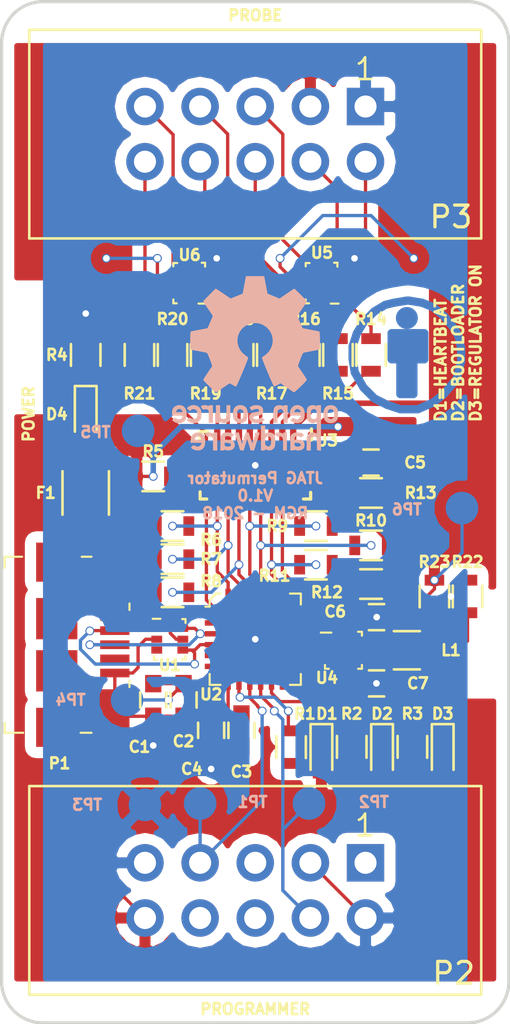
<source format=kicad_pcb>
(kicad_pcb (version 4) (host pcbnew 4.0.5)
  (layers (0 F.Cu signal hide) (31 B.Cu signal) (34 B.Paste user) (35 F.Paste user) (36 B.SilkS user) (37 F.SilkS user) (38 B.Mask user) (39 F.Mask user) (44 Edge.Cuts user))
  (net 0 "")
  (net 1 GND)
  (net 2 /VIO)
  (net 3 +5V)
  (net 4 "Net-(C5-Pad1)")
  (net 5 /V_Target)
  (net 6 "Net-(D1-Pad1)")
  (net 7 "Net-(D2-Pad1)")
  (net 8 "Net-(D3-Pad1)")
  (net 9 "Net-(D4-Pad1)")
  (net 10 "Net-(F1-Pad2)")
  (net 11 "Net-(L1-Pad1)")
  (net 12 /D+)
  (net 13 /D-)
  (net 14 "Net-(P1-Pad4)")
  (net 15 "Net-(P2-Pad1)")
  (net 16 /C2D)
  (net 17 "Net-(P2-Pad5)")
  (net 18 "Net-(P2-Pad6)")
  (net 19 /C2CK)
  (net 20 "Net-(P2-Pad8)")
  (net 21 /CH1)
  (net 22 /CH2)
  (net 23 /CH3)
  (net 24 /CH4)
  (net 25 /CH5)
  (net 26 /CH6)
  (net 27 /CH7)
  (net 28 /CH8)
  (net 29 /LED_Heartbeat)
  (net 30 /LED_BL)
  (net 31 /LED_PWR_ON)
  (net 32 /D8)
  (net 33 /D7)
  (net 34 /D6)
  (net 35 /D5)
  (net 36 /D4)
  (net 37 /D3)
  (net 38 /D2)
  (net 39 /D1)
  (net 40 "Net-(R14-Pad2)")
  (net 41 "Net-(R15-Pad2)")
  (net 42 "Net-(R16-Pad2)")
  (net 43 "Net-(R17-Pad2)")
  (net 44 "Net-(R18-Pad2)")
  (net 45 "Net-(R19-Pad2)")
  (net 46 "Net-(R20-Pad2)")
  (net 47 "Net-(R21-Pad2)")
  (net 48 /ADC_Target)
  (net 49 "Net-(U1-Pad3)")
  (net 50 "Net-(U1-Pad1)")
  (net 51 /CTL0)
  (net 52 /CTL1)
  (net 53 /CTL2)
  (net 54 /CTL3)
  (module Capacitors_SMD:C_0603 (layer F.Cu) (at 84.201 108.331 270)
    (fp_text reference C1 (at 2.159 0.635 360) (layer F.SilkS) (effects (font (size 0.5 0.5) (thickness 0.125))))
    (fp_text value 4.7uF)
    (pad 2 smd rect (at 0.75 0 270) (size 0.8 0.75) (layers F.Cu F.Paste F.Mask) (net 1 GND))
    (pad 1 smd rect (at -0.75 0 270) (size 0.8 0.75) (layers F.Cu F.Paste F.Mask) (net 2 /VIO))
  )
  (module Capacitors_SMD:C_0603 (layer F.Cu) (at 85.598 108.331 270)
    (fp_text reference C2 (at 1.905 0 360) (layer F.SilkS) (effects (font (size 0.5 0.5) (thickness 0.125))))
    (fp_text value 0.1uF)
    (pad 2 smd rect (at 0.75 0 270) (size 0.8 0.75) (layers F.Cu F.Paste F.Mask) (net 1 GND))
    (pad 1 smd rect (at -0.75 0 270) (size 0.8 0.75) (layers F.Cu F.Paste F.Mask) (net 2 /VIO))
  )
  (module Capacitors_SMD:C_0603 (layer F.Cu) (at 88.265 109.728 270)
    (fp_text reference C3 (at 1.905 0 360) (layer F.SilkS) (effects (font (size 0.5 0.5) (thickness 0.125))))
    (fp_text value 4.7uF)
    (pad 2 smd rect (at 0.75 0 270) (size 0.8 0.75) (layers F.Cu F.Paste F.Mask) (net 1 GND))
    (pad 1 smd rect (at -0.75 0 270) (size 0.8 0.75) (layers F.Cu F.Paste F.Mask) (net 3 +5V))
  )
  (module Capacitors_SMD:C_0603 (layer F.Cu) (at 86.868 109.728 270)
    (fp_text reference C4 (at 1.778 0.889 360) (layer F.SilkS) (effects (font (size 0.5 0.5) (thickness 0.125))))
    (fp_text value 0.1uF)
    (pad 2 smd rect (at 0.75 0 270) (size 0.8 0.75) (layers F.Cu F.Paste F.Mask) (net 1 GND))
    (pad 1 smd rect (at -0.75 0 270) (size 0.8 0.75) (layers F.Cu F.Paste F.Mask) (net 3 +5V))
  )
  (module Capacitors_SMD:C_0603 (layer F.Cu) (at 94.234 97.409)
    (fp_text reference C5 (at 2.032 0) (layer F.SilkS) (effects (font (size 0.5 0.5) (thickness 0.125))))
    (fp_text value 0.1uF)
    (pad 2 smd rect (at 0.75 0) (size 0.8 0.75) (layers F.Cu F.Paste F.Mask) (net 1 GND))
    (pad 1 smd rect (at -0.75 0) (size 0.8 0.75) (layers F.Cu F.Paste F.Mask) (net 4 "Net-(C5-Pad1)"))
  )
  (module Capacitors_SMD:C_0603 (layer F.Cu) (at 94.488 104.521 180)
    (fp_text reference C6 (at 1.905 0.254 180) (layer F.SilkS) (effects (font (size 0.5 0.5) (thickness 0.125))))
    (fp_text value 4.7uF)
    (pad 2 smd rect (at 0.75 0 180) (size 0.8 0.75) (layers F.Cu F.Paste F.Mask) (net 3 +5V))
    (pad 1 smd rect (at -0.75 0 180) (size 0.8 0.75) (layers F.Cu F.Paste F.Mask) (net 1 GND))
  )
  (module Capacitors_SMD:C_0603 (layer F.Cu) (at 94.488 107.569 180)
    (fp_text reference C7 (at -1.905 0 180) (layer F.SilkS) (effects (font (size 0.5 0.5) (thickness 0.125))))
    (fp_text value 10uF)
    (pad 2 smd rect (at 0.75 0 180) (size 0.8 0.75) (layers F.Cu F.Paste F.Mask) (net 1 GND))
    (pad 1 smd rect (at -0.75 0 180) (size 0.8 0.75) (layers F.Cu F.Paste F.Mask) (net 5 /V_Target))
  )
  (module LEDs:LED_0603 (layer F.Cu) (at 91.948 110.744 270)
    (fp_text reference D1 (at -1.778 -0.254 360) (layer F.SilkS) (effects (font (size 0.5 0.5) (thickness 0.125))))
    (fp_text value LED_Heartbeat)
    (pad 2 smd rect (at 0.8 0 90) (size 0.8 0.8) (layers F.Cu F.Paste F.Mask) (net 3 +5V))
    (pad 1 smd rect (at -0.8 0 90) (size 0.8 0.8) (layers F.Cu F.Paste F.Mask) (net 6 "Net-(D1-Pad1)"))
  )
  (module LEDs:LED_0603 (layer F.Cu) (at 94.742 110.744 270)
    (fp_text reference D2 (at -1.778 0 360) (layer F.SilkS) (effects (font (size 0.5 0.5) (thickness 0.125))))
    (fp_text value LED_BOOT)
    (pad 2 smd rect (at 0.8 0 90) (size 0.8 0.8) (layers F.Cu F.Paste F.Mask) (net 3 +5V))
    (pad 1 smd rect (at -0.8 0 90) (size 0.8 0.8) (layers F.Cu F.Paste F.Mask) (net 7 "Net-(D2-Pad1)"))
  )
  (module LEDs:LED_0603 (layer F.Cu) (at 97.536 110.744 270)
    (fp_text reference D3 (at -1.778 0 360) (layer F.SilkS) (effects (font (size 0.5 0.5) (thickness 0.125))))
    (fp_text value LED_PWR)
    (pad 2 smd rect (at 0.8 0 90) (size 0.8 0.8) (layers F.Cu F.Paste F.Mask) (net 3 +5V))
    (pad 1 smd rect (at -0.8 0 90) (size 0.8 0.8) (layers F.Cu F.Paste F.Mask) (net 8 "Net-(D3-Pad1)"))
  )
  (module LEDs:LED_0603 (layer F.Cu) (at 81.0895 95.1865 270)
    (fp_text reference D4 (at 0 1.3335 360) (layer F.SilkS) (effects (font (size 0.5 0.5) (thickness 0.125))))
    (fp_text value LED_ON)
    (pad 2 smd rect (at 0.8 0 90) (size 0.8 0.8) (layers F.Cu F.Paste F.Mask) (net 3 +5V))
    (pad 1 smd rect (at -0.8 0 90) (size 0.8 0.8) (layers F.Cu F.Paste F.Mask) (net 9 "Net-(D4-Pad1)"))
  )
  (module Fuse_Holders_and_Fuses:Fuse_SMD1206_Reflow (layer F.Cu) (at 81.0895 98.806 270)
    (fp_text reference F1 (at 0 1.8415 360) (layer F.SilkS) (effects (font (size 0.5 0.5) (thickness 0.125))))
    (fp_text value "500mA PTC")
    (pad 1 smd rect (at -1.2 0) (size 2.03 1.14) (layers F.Cu F.Paste F.Mask) (net 3 +5V))
    (pad 2 smd rect (at 1.2 0) (size 2.03 1.14) (layers F.Cu F.Paste F.Mask) (net 10 "Net-(F1-Pad2)"))
  )
  (module Inductors_SMD:L_0805 (layer F.Cu) (at 95.885 106.045)
    (fp_text reference L1 (at 2.032 0) (layer F.SilkS) (effects (font (size 0.5 0.5) (thickness 0.125))))
    (fp_text value 1uH)
    (pad 1 smd rect (at -0.95 0) (size 0.7 1.3) (layers F.Cu F.Paste F.Mask) (net 11 "Net-(L1-Pad1)"))
    (pad 2 smd rect (at 0.95 0) (size 0.7 1.3) (layers F.Cu F.Paste F.Mask) (net 5 /V_Target))
  )
  (module digikey-footprints:609-4613-1-ND (layer F.Cu) (at 79.756 105.791 270)
    (fp_text reference P1 (at 5.461 -0.127 360) (layer F.SilkS) (effects (font (size 0.5 0.5) (thickness 0.125))))
    (fp_text value USB_OTG)
    (pad 3 smd rect (at 0 -2.675 270) (size 0.4 1.35) (layers F.Cu F.Paste F.Mask) (net 12 /D+))
    (pad 2 smd rect (at -0.65 -2.675 270) (size 0.4 1.35) (layers F.Cu F.Paste F.Mask) (net 13 /D-))
    (pad 5 smd rect (at 1.3 -2.675 270) (size 0.4 1.35) (layers F.Cu F.Paste F.Mask) (net 1 GND))
    (pad 4 smd rect (at 0.65 -2.675 270) (size 0.4 1.35) (layers F.Cu F.Paste F.Mask) (net 14 "Net-(P1-Pad4)"))
    (pad 1 smd rect (at -1.3 -2.675 270) (size 0.4 1.35) (layers F.Cu F.Paste F.Mask) (net 10 "Net-(F1-Pad2)"))
    (pad 6 smd rect (at 3.1 -2.55 270) (size 2.1 1.6) (layers F.Cu F.Paste F.Mask) (net 1 GND))
    (pad 6 smd rect (at -3.1 -2.55 270) (size 2.1 1.6) (layers F.Cu F.Paste F.Mask) (net 1 GND))
    (pad 6 smd rect (at 1.2 0 270) (size 1.9 1.9) (layers F.Cu F.Paste F.Mask) (net 1 GND))
    (pad 6 smd rect (at -1.2 0 270) (size 1.9 1.9) (layers F.Cu F.Paste F.Mask) (net 1 GND))
    (pad 6 smd rect (at 3.8 0 270) (size 1.8 1.9) (layers F.Cu F.Paste F.Mask) (net 1 GND))
    (pad 6 smd rect (at -3.8 0 270) (size 1.8 1.9) (layers F.Cu F.Paste F.Mask) (net 1 GND))
  )
  (module Connectors_IDC:IDC-Header_2x05_Pitch2.54mm_Straight (layer F.Cu) (at 93.98 115.824 180)
    (fp_text reference P2 (at -4.064 -5.08 180) (layer F.SilkS))
    (fp_text value "Debug Adapter Connector")
    (fp_text user 1 (at 0.02 1.72 180) (layer F.SilkS) (effects (font (thickness 0.12))))
    (pad 1 thru_hole rect (at 0 0 180) (size 1.7272 1.7272) (drill 1.016) (layers *.Cu *.Mask) (net 15 "Net-(P2-Pad1)"))
    (pad 2 thru_hole oval (at 0 -2.54 180) (size 1.7272 1.7272) (drill 1.016) (layers *.Cu *.Mask) (net 1 GND))
    (pad 3 thru_hole oval (at 2.54 0 180) (size 1.7272 1.7272) (drill 1.016) (layers *.Cu *.Mask) (net 1 GND))
    (pad 4 thru_hole oval (at 2.54 -2.54 180) (size 1.7272 1.7272) (drill 1.016) (layers *.Cu *.Mask) (net 16 /C2D))
    (pad 5 thru_hole oval (at 5.08 0 180) (size 1.7272 1.7272) (drill 1.016) (layers *.Cu *.Mask) (net 17 "Net-(P2-Pad5)"))
    (pad 6 thru_hole oval (at 5.08 -2.54 180) (size 1.7272 1.7272) (drill 1.016) (layers *.Cu *.Mask) (net 18 "Net-(P2-Pad6)"))
    (pad 7 thru_hole oval (at 7.62 0 180) (size 1.7272 1.7272) (drill 1.016) (layers *.Cu *.Mask) (net 19 /C2CK))
    (pad 8 thru_hole oval (at 7.62 -2.54 180) (size 1.7272 1.7272) (drill 1.016) (layers *.Cu *.Mask) (net 20 "Net-(P2-Pad8)"))
    (pad 9 thru_hole oval (at 10.16 0 180) (size 1.7272 1.7272) (drill 1.016) (layers *.Cu *.Mask) (net 1 GND))
    (pad 10 thru_hole oval (at 10.16 -2.54 180) (size 1.7272 1.7272) (drill 1.016) (layers *.Cu *.Mask) (net 3 +5V))
  )
  (module Connectors_IDC:IDC-Header_2x05_Pitch2.54mm_Straight (layer F.Cu) (at 93.98 81.026 180)
    (fp_text reference P3 (at -3.937 -5.08 180) (layer F.SilkS))
    (fp_text value "Bus Pirate Probe Cable Connector")
    (fp_text user 1 (at 0.02 1.72 180) (layer F.SilkS) (effects (font (thickness 0.12))))
    (pad 1 thru_hole rect (at 0 0 180) (size 1.7272 1.7272) (drill 1.016) (layers *.Cu *.Mask) (net 1 GND))
    (pad 2 thru_hole oval (at 0 -2.54 180) (size 1.7272 1.7272) (drill 1.016) (layers *.Cu *.Mask) (net 21 /CH1))
    (pad 3 thru_hole oval (at 2.54 0 180) (size 1.7272 1.7272) (drill 1.016) (layers *.Cu *.Mask) (net 5 /V_Target))
    (pad 4 thru_hole oval (at 2.54 -2.54 180) (size 1.7272 1.7272) (drill 1.016) (layers *.Cu *.Mask) (net 22 /CH2))
    (pad 5 thru_hole oval (at 5.08 0 180) (size 1.7272 1.7272) (drill 1.016) (layers *.Cu *.Mask) (net 23 /CH3))
    (pad 6 thru_hole oval (at 5.08 -2.54 180) (size 1.7272 1.7272) (drill 1.016) (layers *.Cu *.Mask) (net 24 /CH4))
    (pad 7 thru_hole oval (at 7.62 0 180) (size 1.7272 1.7272) (drill 1.016) (layers *.Cu *.Mask) (net 25 /CH5))
    (pad 8 thru_hole oval (at 7.62 -2.54 180) (size 1.7272 1.7272) (drill 1.016) (layers *.Cu *.Mask) (net 26 /CH6))
    (pad 9 thru_hole oval (at 10.16 0 180) (size 1.7272 1.7272) (drill 1.016) (layers *.Cu *.Mask) (net 27 /CH7))
    (pad 10 thru_hole oval (at 10.16 -2.54 180) (size 1.7272 1.7272) (drill 1.016) (layers *.Cu *.Mask) (net 28 /CH8))
  )
  (module Resistors_SMD:R_0603 (layer F.Cu) (at 90.551 110.502 90)
    (fp_text reference R1 (at 1.536 0.635 180) (layer F.SilkS) (effects (font (size 0.5 0.5) (thickness 0.125))))
    (fp_text value 1k)
    (pad 1 smd rect (at -0.75 0 90) (size 0.5 0.9) (layers F.Cu F.Paste F.Mask) (net 6 "Net-(D1-Pad1)"))
    (pad 2 smd rect (at 0.75 0 90) (size 0.5 0.9) (layers F.Cu F.Paste F.Mask) (net 29 /LED_Heartbeat))
  )
  (module Resistors_SMD:R_0603 (layer F.Cu) (at 93.345 110.49 90)
    (fp_text reference R2 (at 1.524 0 180) (layer F.SilkS) (effects (font (size 0.5 0.5) (thickness 0.125))))
    (fp_text value 1k)
    (pad 1 smd rect (at -0.75 0 90) (size 0.5 0.9) (layers F.Cu F.Paste F.Mask) (net 7 "Net-(D2-Pad1)"))
    (pad 2 smd rect (at 0.75 0 90) (size 0.5 0.9) (layers F.Cu F.Paste F.Mask) (net 30 /LED_BL))
  )
  (module Resistors_SMD:R_0603 (layer F.Cu) (at 96.139 110.49 90)
    (fp_text reference R3 (at 1.524 0 180) (layer F.SilkS) (effects (font (size 0.5 0.5) (thickness 0.125))))
    (fp_text value 1k)
    (pad 1 smd rect (at -0.75 0 90) (size 0.5 0.9) (layers F.Cu F.Paste F.Mask) (net 8 "Net-(D3-Pad1)"))
    (pad 2 smd rect (at 0.75 0 90) (size 0.5 0.9) (layers F.Cu F.Paste F.Mask) (net 31 /LED_PWR_ON))
  )
  (module Resistors_SMD:R_0603 (layer F.Cu) (at 81.0895 92.456 90)
    (fp_text reference R4 (at 0 -1.3335 180) (layer F.SilkS) (effects (font (size 0.5 0.5) (thickness 0.125))))
    (fp_text value 1k)
    (pad 1 smd rect (at -0.75 0 90) (size 0.5 0.9) (layers F.Cu F.Paste F.Mask) (net 9 "Net-(D4-Pad1)"))
    (pad 2 smd rect (at 0.75 0 90) (size 0.5 0.9) (layers F.Cu F.Paste F.Mask) (net 1 GND))
  )
  (module Resistors_SMD:R_0603 (layer F.Cu) (at 84.201 98.044)
    (fp_text reference R5 (at 0 -1.143) (layer F.SilkS) (effects (font (size 0.5 0.5) (thickness 0.125))))
    (fp_text value 470R)
    (pad 1 smd rect (at -0.75 0) (size 0.5 0.9) (layers F.Cu F.Paste F.Mask) (net 3 +5V))
    (pad 2 smd rect (at 0.75 0) (size 0.5 0.9) (layers F.Cu F.Paste F.Mask) (net 32 /D8))
  )
  (module Resistors_SMD:R_0603 (layer F.Cu) (at 85.09 100.33)
    (fp_text reference R6 (at 1.778 0.635) (layer F.SilkS) (effects (font (size 0.5 0.5) (thickness 0.125))))
    (fp_text value 470R)
    (pad 1 smd rect (at -0.75 0) (size 0.5 0.9) (layers F.Cu F.Paste F.Mask) (net 3 +5V))
    (pad 2 smd rect (at 0.75 0) (size 0.5 0.9) (layers F.Cu F.Paste F.Mask) (net 33 /D7))
  )
  (module Resistors_SMD:R_0603 (layer F.Cu) (at 85.09 101.854)
    (fp_text reference R7 (at 1.778 0) (layer F.SilkS) (effects (font (size 0.5 0.5) (thickness 0.125))))
    (fp_text value 470R)
    (pad 1 smd rect (at -0.75 0) (size 0.5 0.9) (layers F.Cu F.Paste F.Mask) (net 3 +5V))
    (pad 2 smd rect (at 0.75 0) (size 0.5 0.9) (layers F.Cu F.Paste F.Mask) (net 34 /D6))
  )
  (module Resistors_SMD:R_0603 (layer F.Cu) (at 85.09 103.378)
    (fp_text reference R8 (at 1.778 -0.508) (layer F.SilkS) (effects (font (size 0.5 0.5) (thickness 0.125))))
    (fp_text value 470R)
    (pad 1 smd rect (at -0.75 0) (size 0.5 0.9) (layers F.Cu F.Paste F.Mask) (net 3 +5V))
    (pad 2 smd rect (at 0.75 0) (size 0.5 0.9) (layers F.Cu F.Paste F.Mask) (net 35 /D5))
  )
  (module Resistors_SMD:R_0603 (layer F.Cu) (at 91.694 100.33 180)
    (fp_text reference R9 (at 1.778 0 180) (layer F.SilkS) (effects (font (size 0.5 0.5) (thickness 0.125))))
    (fp_text value 470R)
    (pad 1 smd rect (at -0.75 0 180) (size 0.5 0.9) (layers F.Cu F.Paste F.Mask) (net 3 +5V))
    (pad 2 smd rect (at 0.75 0 180) (size 0.5 0.9) (layers F.Cu F.Paste F.Mask) (net 36 /D4))
  )
  (module Resistors_SMD:R_0603 (layer F.Cu) (at 94.234 101.219 180)
    (fp_text reference R10 (at 0 1.143 180) (layer F.SilkS) (effects (font (size 0.5 0.5) (thickness 0.125))))
    (fp_text value 470R)
    (pad 1 smd rect (at -0.75 0 180) (size 0.5 0.9) (layers F.Cu F.Paste F.Mask) (net 3 +5V))
    (pad 2 smd rect (at 0.75 0 180) (size 0.5 0.9) (layers F.Cu F.Paste F.Mask) (net 37 /D3))
  )
  (module Resistors_SMD:R_0603 (layer F.Cu) (at 91.694 102.108 180)
    (fp_text reference R11 (at 1.905 -0.508 180) (layer F.SilkS) (effects (font (size 0.5 0.5) (thickness 0.125))))
    (fp_text value 470R)
    (pad 1 smd rect (at -0.75 0 180) (size 0.5 0.9) (layers F.Cu F.Paste F.Mask) (net 3 +5V))
    (pad 2 smd rect (at 0.75 0 180) (size 0.5 0.9) (layers F.Cu F.Paste F.Mask) (net 38 /D2))
  )
  (module Resistors_SMD:R_0603 (layer F.Cu) (at 94.234 102.997 180)
    (fp_text reference R12 (at 2.032 -0.381 180) (layer F.SilkS) (effects (font (size 0.5 0.5) (thickness 0.125))))
    (fp_text value 470R)
    (pad 1 smd rect (at -0.75 0 180) (size 0.5 0.9) (layers F.Cu F.Paste F.Mask) (net 3 +5V))
    (pad 2 smd rect (at 0.75 0 180) (size 0.5 0.9) (layers F.Cu F.Paste F.Mask) (net 39 /D1))
  )
  (module Resistors_SMD:R_0603 (layer F.Cu) (at 94.234 98.806 180)
    (fp_text reference R13 (at -2.286 0 180) (layer F.SilkS) (effects (font (size 0.5 0.5) (thickness 0.125))))
    (fp_text value 200k)
    (pad 1 smd rect (at -0.75 0 180) (size 0.5 0.9) (layers F.Cu F.Paste F.Mask) (net 3 +5V))
    (pad 2 smd rect (at 0.75 0 180) (size 0.5 0.9) (layers F.Cu F.Paste F.Mask) (net 4 "Net-(C5-Pad1)"))
  )
  (module Resistors_SMD:R_0603 (layer F.Cu) (at 94.234 92.456 270)
    (fp_text reference R14 (at -1.651 0 360) (layer F.SilkS) (effects (font (size 0.5 0.5) (thickness 0.125))))
    (fp_text value 470R)
    (pad 1 smd rect (at -0.75 0 270) (size 0.5 0.9) (layers F.Cu F.Paste F.Mask) (net 21 /CH1))
    (pad 2 smd rect (at 0.75 0 270) (size 0.5 0.9) (layers F.Cu F.Paste F.Mask) (net 40 "Net-(R14-Pad2)"))
  )
  (module Resistors_SMD:R_0603 (layer F.Cu) (at 92.71 92.456 270)
    (fp_text reference R15 (at 1.778 0 360) (layer F.SilkS) (effects (font (size 0.5 0.5) (thickness 0.125))))
    (fp_text value 470R)
    (pad 1 smd rect (at -0.75 0 270) (size 0.5 0.9) (layers F.Cu F.Paste F.Mask) (net 22 /CH2))
    (pad 2 smd rect (at 0.75 0 270) (size 0.5 0.9) (layers F.Cu F.Paste F.Mask) (net 41 "Net-(R15-Pad2)"))
  )
  (module Resistors_SMD:R_0603 (layer F.Cu) (at 91.186 92.456 270)
    (fp_text reference R16 (at -1.651 0 360) (layer F.SilkS) (effects (font (size 0.5 0.5) (thickness 0.125))))
    (fp_text value 470R)
    (pad 1 smd rect (at -0.75 0 270) (size 0.5 0.9) (layers F.Cu F.Paste F.Mask) (net 23 /CH3))
    (pad 2 smd rect (at 0.75 0 270) (size 0.5 0.9) (layers F.Cu F.Paste F.Mask) (net 42 "Net-(R16-Pad2)"))
  )
  (module Resistors_SMD:R_0603 (layer F.Cu) (at 89.662 92.456 270)
    (fp_text reference R17 (at 1.778 0 360) (layer F.SilkS) (effects (font (size 0.5 0.5) (thickness 0.125))))
    (fp_text value 470R)
    (pad 1 smd rect (at -0.75 0 270) (size 0.5 0.9) (layers F.Cu F.Paste F.Mask) (net 24 /CH4))
    (pad 2 smd rect (at 0.75 0 270) (size 0.5 0.9) (layers F.Cu F.Paste F.Mask) (net 43 "Net-(R17-Pad2)"))
  )
  (module Resistors_SMD:R_0603 (layer F.Cu) (at 88.138 92.456 270)
    (fp_text reference R18 (at -1.651 0 360) (layer F.SilkS) (effects (font (size 0.5 0.5) (thickness 0.125))))
    (fp_text value 470R)
    (pad 1 smd rect (at -0.75 0 270) (size 0.5 0.9) (layers F.Cu F.Paste F.Mask) (net 25 /CH5))
    (pad 2 smd rect (at 0.75 0 270) (size 0.5 0.9) (layers F.Cu F.Paste F.Mask) (net 44 "Net-(R18-Pad2)"))
  )
  (module Resistors_SMD:R_0603 (layer F.Cu) (at 86.614 92.456 270)
    (fp_text reference R19 (at 1.778 0 360) (layer F.SilkS) (effects (font (size 0.5 0.5) (thickness 0.125))))
    (fp_text value 470R)
    (pad 1 smd rect (at -0.75 0 270) (size 0.5 0.9) (layers F.Cu F.Paste F.Mask) (net 26 /CH6))
    (pad 2 smd rect (at 0.75 0 270) (size 0.5 0.9) (layers F.Cu F.Paste F.Mask) (net 45 "Net-(R19-Pad2)"))
  )
  (module Resistors_SMD:R_0603 (layer F.Cu) (at 85.09 92.456 270)
    (fp_text reference R20 (at -1.651 0 540) (layer F.SilkS) (effects (font (size 0.5 0.5) (thickness 0.125))))
    (fp_text value 470R)
    (pad 1 smd rect (at -0.75 0 270) (size 0.5 0.9) (layers F.Cu F.Paste F.Mask) (net 27 /CH7))
    (pad 2 smd rect (at 0.75 0 270) (size 0.5 0.9) (layers F.Cu F.Paste F.Mask) (net 46 "Net-(R20-Pad2)"))
  )
  (module Resistors_SMD:R_0603 (layer F.Cu) (at 83.566 92.456 270)
    (fp_text reference R21 (at 1.778 0 360) (layer F.SilkS) (effects (font (size 0.5 0.5) (thickness 0.125))))
    (fp_text value 470R)
    (pad 1 smd rect (at -0.75 0 270) (size 0.5 0.9) (layers F.Cu F.Paste F.Mask) (net 28 /CH8))
    (pad 2 smd rect (at 0.75 0 270) (size 0.5 0.9) (layers F.Cu F.Paste F.Mask) (net 47 "Net-(R21-Pad2)"))
  )
  (module Resistors_SMD:R_0603 (layer F.Cu) (at 97.155 103.5685 270)
    (fp_text reference R22 (at -1.5875 -1.524 360) (layer F.SilkS) (effects (font (size 0.5 0.5) (thickness 0.125))))
    (fp_text value 1k)
    (pad 1 smd rect (at -0.75 0 270) (size 0.5 0.9) (layers F.Cu F.Paste F.Mask) (net 5 /V_Target))
    (pad 2 smd rect (at 0.75 0 270) (size 0.5 0.9) (layers F.Cu F.Paste F.Mask) (net 48 /ADC_Target))
  )
  (module Resistors_SMD:R_0603 (layer F.Cu) (at 98.679 103.5685 90)
    (fp_text reference R23 (at 1.5875 -1.524 180) (layer F.SilkS) (effects (font (size 0.5 0.5) (thickness 0.125))))
    (fp_text value 1k)
    (pad 1 smd rect (at -0.75 0 90) (size 0.5 0.9) (layers F.Cu F.Paste F.Mask) (net 48 /ADC_Target))
    (pad 2 smd rect (at 0.75 0 90) (size 0.5 0.9) (layers F.Cu F.Paste F.Mask) (net 1 GND))
  )
  (module Measurement_Points:Measurement_Point_Round-SMD-Pad_Small (layer B.Cu) (at 86.36 113.0935)
    (fp_text reference TP1 (at 2.413 -0.0635) (layer B.SilkS) (effects (font (size 0.5 0.5) (thickness 0.125)) (justify mirror)))
    (fp_text value TEST)
    (pad 1 smd circle (at 0 0) (size 1.5 1.5) (layers B.Cu B.Mask) (net 19 /C2CK))
  )
  (module Measurement_Points:Measurement_Point_Round-SMD-Pad_Small (layer B.Cu) (at 91.3765 113.0935)
    (fp_text reference TP2 (at 2.9845 -0.0635) (layer B.SilkS) (effects (font (size 0.5 0.5) (thickness 0.125)) (justify mirror)))
    (fp_text value TEST)
    (pad 1 smd circle (at 0 0) (size 1.5 1.5) (layers B.Cu B.Mask) (net 16 /C2D))
  )
  (module Measurement_Points:Measurement_Point_Round-SMD-Pad_Small (layer B.Cu) (at 83.82 113.157)
    (fp_text reference TP3 (at -2.667 0) (layer B.SilkS) (effects (font (size 0.5 0.5) (thickness 0.125)) (justify mirror)))
    (fp_text value TEST)
    (pad 1 smd circle (at 0 0) (size 1.5 1.5) (layers B.Cu B.Mask) (net 1 GND))
  )
  (module Measurement_Points:Measurement_Point_Round-SMD-Pad_Small (layer B.Cu) (at 82.9945 108.331)
    (fp_text reference TP4 (at -2.6035 0) (layer B.SilkS) (effects (font (size 0.5 0.5) (thickness 0.125)) (justify mirror)))
    (fp_text value TEST)
    (pad 1 smd circle (at 0 0) (size 1.5 1.5) (layers B.Cu B.Mask) (net 2 /VIO))
  )
  (module Measurement_Points:Measurement_Point_Round-SMD-Pad_Small (layer B.Cu) (at 83.5025 95.9485)
    (fp_text reference TP5 (at -1.9685 0.0635) (layer B.SilkS) (effects (font (size 0.5 0.5) (thickness 0.125)) (justify mirror)))
    (fp_text value TEST)
    (pad 1 smd circle (at 0 0) (size 1.5 1.5) (layers B.Cu B.Mask) (net 3 +5V))
  )
  (module Measurement_Points:Measurement_Point_Round-SMD-Pad_Small (layer B.Cu) (at 98.425 99.5045)
    (fp_text reference TP6 (at -2.54 0.0635) (layer B.SilkS) (effects (font (size 0.5 0.5) (thickness 0.125)) (justify mirror)))
    (fp_text value TEST)
    (pad 1 smd circle (at 0 0) (size 1.5 1.5) (layers B.Cu B.Mask) (net 5 /V_Target))
  )
  (module "digikey-footprints:24-WQFN_(4x4)" (layer F.Cu) (at 88.9 105.537 270)
    (fp_text reference U2 (at 2.54 2.032 360) (layer F.SilkS) (effects (font (size 0.5 0.5) (thickness 0.125))))
    (fp_text value EFM8UB31F40G-A)
    (pad 19 smd rect (at -1.975 -1.25 270) (size 0.7 0.25) (layers F.Cu F.Paste F.Mask) (net 38 /D2))
    (pad 13 smd rect (at 1.25 -1.975 270) (size 0.25 0.7) (layers F.Cu F.Paste F.Mask) (net 48 /ADC_Target))
    (pad 7 smd rect (at 1.975 1.25 270) (size 0.7 0.25) (layers F.Cu F.Paste F.Mask) (net 3 +5V))
    (pad 1 smd rect (at -1.25 1.975 270) (size 0.25 0.7) (layers F.Cu F.Paste F.Mask) (net 32 /D8))
    (pad 2 smd rect (at -0.75 1.975 270) (size 0.25 0.7) (layers F.Cu F.Paste F.Mask) (net 1 GND))
    (pad 3 smd rect (at -0.25 1.975 270) (size 0.25 0.7) (layers F.Cu F.Paste F.Mask) (net 12 /D+))
    (pad 4 smd rect (at 0.25 1.975 270) (size 0.25 0.7) (layers F.Cu F.Paste F.Mask) (net 13 /D-))
    (pad 5 smd rect (at 0.75 1.975 270) (size 0.25 0.7) (layers F.Cu F.Paste F.Mask) (net 2 /VIO))
    (pad 6 smd rect (at 1.25 1.975 270) (size 0.25 0.7) (layers F.Cu F.Paste F.Mask) (net 2 /VIO))
    (pad 8 smd rect (at 1.975 0.75 270) (size 0.7 0.25) (layers F.Cu F.Paste F.Mask) (net 29 /LED_Heartbeat))
    (pad 9 smd rect (at 1.975 0.25 270) (size 0.7 0.25) (layers F.Cu F.Paste F.Mask) (net 19 /C2CK))
    (pad 10 smd rect (at 1.975 -0.25 270) (size 0.7 0.25) (layers F.Cu F.Paste F.Mask) (net 16 /C2D))
    (pad 11 smd rect (at 1.975 -0.75 270) (size 0.7 0.25) (layers F.Cu F.Paste F.Mask) (net 30 /LED_BL))
    (pad 12 smd rect (at 1.975 -1.25 270) (size 0.7 0.25) (layers F.Cu F.Paste F.Mask) (net 31 /LED_PWR_ON))
    (pad 14 smd rect (at 0.75 -1.975 270) (size 0.25 0.7) (layers F.Cu F.Paste F.Mask) (net 51 /CTL0))
    (pad 15 smd rect (at 0.25 -1.975 270) (size 0.25 0.7) (layers F.Cu F.Paste F.Mask) (net 52 /CTL1))
    (pad 16 smd rect (at -0.25 -1.975 270) (size 0.25 0.7) (layers F.Cu F.Paste F.Mask) (net 53 /CTL2))
    (pad 17 smd rect (at -0.75 -1.975 270) (size 0.25 0.7) (layers F.Cu F.Paste F.Mask) (net 54 /CTL3))
    (pad 18 smd rect (at -1.25 -1.975 270) (size 0.25 0.7) (layers F.Cu F.Paste F.Mask) (net 39 /D1))
    (pad 20 smd rect (at -1.975 -0.75 270) (size 0.7 0.25) (layers F.Cu F.Paste F.Mask) (net 37 /D3))
    (pad 21 smd rect (at -1.975 -0.25 270) (size 0.7 0.25) (layers F.Cu F.Paste F.Mask) (net 36 /D4))
    (pad 22 smd rect (at -1.975 0.25 270) (size 0.7 0.25) (layers F.Cu F.Paste F.Mask) (net 35 /D5))
    (pad 23 smd rect (at -1.975 0.75 270) (size 0.7 0.25) (layers F.Cu F.Paste F.Mask) (net 34 /D6))
    (pad 24 smd rect (at -1.975 1.25 270) (size 0.7 0.25) (layers F.Cu F.Paste F.Mask) (net 33 /D7))
    (pad 25 smd rect (at 0 0 270) (size 2.75 2.75) (layers F.Cu F.Paste F.Mask) (net 1 GND))
  )
  (module SC195:MLPQ-UT8 (layer F.Cu) (at 92.964 106.045)
    (fp_text reference U4 (at -0.762 1.27) (layer F.SilkS) (effects (font (size 0.5 0.5) (thickness 0.125))))
    (fp_text value SC195)
    (pad 4 smd rect (at 0 0.725) (size 0.2 0.75) (layers F.Cu F.Paste F.Mask) (net 5 /V_Target))
    (pad 8 smd rect (at 0 -0.725) (size 0.2 0.75) (layers F.Cu F.Paste F.Mask) (net 54 /CTL3))
    (pad 2 smd rect (at -0.725 0 90) (size 0.2 0.75) (layers F.Cu F.Paste F.Mask) (net 52 /CTL1))
    (pad 7 smd rect (at 0.725 -0.4 90) (size 0.2 0.75) (layers F.Cu F.Paste F.Mask) (net 3 +5V))
    (pad 3 smd rect (at -0.725 0.4 90) (size 0.2 0.75) (layers F.Cu F.Paste F.Mask) (net 51 /CTL0))
    (pad 5 smd rect (at 0.725 0.4 90) (size 0.2 0.75) (layers F.Cu F.Paste F.Mask) (net 1 GND))
    (pad 6 smd rect (at 0.725 0 90) (size 0.2 0.75) (layers F.Cu F.Paste F.Mask) (net 11 "Net-(L1-Pad1)"))
    (pad 1 smd rect (at -0.725 -0.4 90) (size 0.2 0.75) (layers F.Cu F.Paste F.Mask) (net 53 /CTL2))
  )
  (module GTL2003:DHVQFN20 (layer F.Cu) (at 88.9 97.536 180)
    (fp_text reference U3 (at -3.302 1.143 180) (layer F.SilkS) (effects (font (size 0.5 0.5) (thickness 0.125))))
    (fp_text value GTL2003BQ_115)
    (pad 2 smd rect (at -1.75 1.35 270) (size 1 0.29) (layers F.Cu F.Paste F.Mask) (net 5 /V_Target))
    (pad 19 smd rect (at -1.75 -1.35 270) (size 1 0.29) (layers F.Cu F.Paste F.Mask) (net 4 "Net-(C5-Pad1)"))
    (pad 10 smd rect (at 2.25 0.25 180) (size 1 0.29) (layers F.Cu F.Paste F.Mask) (net 47 "Net-(R21-Pad2)"))
    (pad 20 smd rect (at -2.25 -0.25 180) (size 1 0.29) (layers F.Cu F.Paste F.Mask) (net 4 "Net-(C5-Pad1)"))
    (pad 1 smd rect (at -2.25 0.25 180) (size 1 0.29) (layers F.Cu F.Paste F.Mask) (net 1 GND))
    (pad 21 smd rect (at 0.6875 0 180) (size 0.65 0.4) (layers F.Cu F.Paste F.Mask) (net 1 GND))
    (pad 21 smd rect (at 0 0 180) (size 2.9 0.9) (layers F.Cu F.Mask) (net 1 GND))
    (pad 21 smd rect (at -0.6875 0 180) (size 0.65 0.4) (layers F.Cu F.Paste F.Mask) (net 1 GND))
    (pad 11 smd rect (at 2.25 -0.25 180) (size 1 0.29) (layers F.Cu F.Paste F.Mask) (net 32 /D8))
    (pad 18 smd rect (at -1.25 -1.35 270) (size 1 0.29) (layers F.Cu F.Paste F.Mask) (net 39 /D1))
    (pad 17 smd rect (at -0.75 -1.35 270) (size 1 0.29) (layers F.Cu F.Paste F.Mask) (net 38 /D2))
    (pad 16 smd rect (at -0.25 -1.35 270) (size 1 0.29) (layers F.Cu F.Paste F.Mask) (net 37 /D3))
    (pad 15 smd rect (at 0.25 -1.35 270) (size 1 0.29) (layers F.Cu F.Paste F.Mask) (net 36 /D4))
    (pad 14 smd rect (at 0.75 -1.35 270) (size 1 0.29) (layers F.Cu F.Paste F.Mask) (net 35 /D5))
    (pad 13 smd rect (at 1.25 -1.35 270) (size 1 0.29) (layers F.Cu F.Paste F.Mask) (net 34 /D6))
    (pad 12 smd rect (at 1.75 -1.35 270) (size 1 0.29) (layers F.Cu F.Paste F.Mask) (net 33 /D7))
    (pad 3 smd rect (at -1.25 1.35 270) (size 1 0.29) (layers F.Cu F.Paste F.Mask) (net 40 "Net-(R14-Pad2)"))
    (pad 4 smd rect (at -0.75 1.35 270) (size 1 0.29) (layers F.Cu F.Paste F.Mask) (net 41 "Net-(R15-Pad2)"))
    (pad 5 smd rect (at -0.25 1.35 270) (size 1 0.29) (layers F.Cu F.Paste F.Mask) (net 42 "Net-(R16-Pad2)"))
    (pad 6 smd rect (at 0.25 1.35 270) (size 1 0.29) (layers F.Cu F.Paste F.Mask) (net 43 "Net-(R17-Pad2)"))
    (pad 7 smd rect (at 0.75 1.35 270) (size 1 0.29) (layers F.Cu F.Paste F.Mask) (net 44 "Net-(R18-Pad2)"))
    (pad 8 smd rect (at 1.25 1.35 270) (size 1 0.29) (layers F.Cu F.Paste F.Mask) (net 45 "Net-(R19-Pad2)"))
    (pad 9 smd rect (at 1.75 1.35 270) (size 1 0.29) (layers F.Cu F.Paste F.Mask) (net 46 "Net-(R20-Pad2)"))
  )
  (module DT1446-04V-7:SOT563 (layer F.Cu) (at 85.852 89.154 90)
    (fp_text reference U6 (at 1.2954 0.0254 180) (layer F.SilkS) (effects (font (size 0.5 0.5) (thickness 0.125))))
    (fp_text value DT1446-04V-7)
    (pad 6 smd rect (at -0.5 -0.6 90) (size 0.325 0.5) (layers F.Cu F.Paste F.Mask) (net 28 /CH8))
    (pad 1 smd rect (at -0.5 0.6 90) (size 0.325 0.5) (layers F.Cu F.Paste F.Mask) (net 25 /CH5))
    (pad 2 smd rect (at 0 0.6 90) (size 0.325 0.5) (layers F.Cu F.Paste F.Mask) (net 1 GND))
    (pad 3 smd rect (at 0.5 0.6 90) (size 0.325 0.5) (layers F.Cu F.Paste F.Mask) (net 26 /CH6))
    (pad 5 smd rect (at 0 -0.6 90) (size 0.325 0.5) (layers F.Cu F.Paste F.Mask) (net 5 /V_Target))
    (pad 4 smd rect (at 0.5 -0.6 90) (size 0.325 0.5) (layers F.Cu F.Paste F.Mask) (net 27 /CH7))
  )
  (module DT1446-04V-7:SOT563 (layer F.Cu) (at 91.948 89.154 90)
    (fp_text reference U5 (at 1.397 0.0254 180) (layer F.SilkS) (effects (font (size 0.5 0.5) (thickness 0.125))))
    (fp_text value DT1446-04V-7)
    (pad 6 smd rect (at -0.5 -0.6 90) (size 0.325 0.5) (layers F.Cu F.Paste F.Mask) (net 24 /CH4))
    (pad 1 smd rect (at -0.5 0.6 90) (size 0.325 0.5) (layers F.Cu F.Paste F.Mask) (net 21 /CH1))
    (pad 2 smd rect (at 0 0.6 90) (size 0.325 0.5) (layers F.Cu F.Paste F.Mask) (net 1 GND))
    (pad 3 smd rect (at 0.5 0.6 90) (size 0.325 0.5) (layers F.Cu F.Paste F.Mask) (net 22 /CH2))
    (pad 5 smd rect (at 0 -0.6 90) (size 0.325 0.5) (layers F.Cu F.Paste F.Mask) (net 5 /V_Target))
    (pad 4 smd rect (at 0.5 -0.6 90) (size 0.325 0.5) (layers F.Cu F.Paste F.Mask) (net 23 /CH3))
  )
  (module DT1446-04V-7:SOT563 (layer F.Cu) (at 84.963 105.537 270)
    (fp_text reference U1 (at 1.1938 0 360) (layer F.SilkS) (effects (font (size 0.5 0.5) (thickness 0.125))))
    (fp_text value DT1446-04V-7)
    (pad 6 smd rect (at -0.5 -0.6 270) (size 0.325 0.5) (layers F.Cu F.Paste F.Mask) (net 12 /D+))
    (pad 1 smd rect (at -0.5 0.6 270) (size 0.325 0.5) (layers F.Cu F.Paste F.Mask) (net 50 "Net-(U1-Pad1)"))
    (pad 2 smd rect (at 0 0.6 270) (size 0.325 0.5) (layers F.Cu F.Paste F.Mask) (net 1 GND))
    (pad 3 smd rect (at 0.5 0.6 270) (size 0.325 0.5) (layers F.Cu F.Paste F.Mask) (net 49 "Net-(U1-Pad3)"))
    (pad 5 smd rect (at 0 -0.6 270) (size 0.325 0.5) (layers F.Cu F.Paste F.Mask) (net 3 +5V))
    (pad 4 smd rect (at 0.5 -0.6 270) (size 0.325 0.5) (layers F.Cu F.Paste F.Mask) (net 13 /D-))
  )
  (module Symbols:OSHW-Logo_7.5x8mm_SilkScreen (layer B.Cu) (at 88.9 92.837 180)
    (fp_text reference REF*** hide)
    (fp_text value OSHW-Logo_7.5x8mm_SilkScreen hide)
  )
  (module Symbols:Symbol_CC-Attribution_CopperTop_Small (layer B.Cu) (at 95.885 92.456 180)
    (fp_text reference REF** hide)
    (fp_text value Symbol_CC-Attribution_CopperTop_Small)
    (fp_line (start 0 1.89992) (end 0 1.50114) (layer B.Cu) (width 0.381))
    (fp_line (start -0.70104 0.70104) (end 0.59944 0.70104) (layer B.Cu) (width 0.381))
    (fp_line (start 0.50038 0.39878) (end -0.70104 0.39878) (layer B.Cu) (width 0.381))
    (fp_line (start -0.8001 0.09906) (end 0.50038 0.09906) (layer B.Cu) (width 0.381))
    (fp_line (start 0 -0.29972) (end 0 -1.6002) (layer B.Cu) (width 0.381))
    (fp_line (start 0.09906 -1.80086) (end 0.29972 -1.80086) (layer B.Cu) (width 0.381))
    (fp_line (start 0.29972 -1.80086) (end 0.29972 -0.20066) (layer B.Cu) (width 0.381))
    (fp_line (start -0.29972 -0.29972) (end -0.29972 -1.80086) (layer B.Cu) (width 0.381))
    (fp_line (start -0.29972 -1.80086) (end 0.20066 -1.80086) (layer B.Cu) (width 0.381))
    (fp_line (start -0.8001 1.00076) (end 0.70104 1.00076) (layer B.Cu) (width 0.381))
    (fp_line (start 0.70104 1.00076) (end 0.70104 -0.20066) (layer B.Cu) (width 0.381))
    (fp_line (start 0.70104 -0.20066) (end -0.8001 -0.20066) (layer B.Cu) (width 0.381))
    (fp_line (start -0.8001 -0.20066) (end -0.8001 1.00076) (layer B.Cu) (width 0.381))
    (fp_circle (center 0 1.69926) (end 0.09906 1.39954) (layer B.Cu) (width 0.381))
    (fp_line (start 0 2.49936) (end -0.09906 2.49936) (layer B.Cu) (width 0.381))
    (fp_line (start -0.09906 2.49936) (end -0.70104 2.4003) (layer B.Cu) (width 0.381))
    (fp_line (start -0.70104 2.4003) (end -1.19888 2.19964) (layer B.Cu) (width 0.381))
    (fp_line (start -1.19888 2.19964) (end -1.69926 1.80086) (layer B.Cu) (width 0.381))
    (fp_line (start -1.69926 1.80086) (end -2.19964 1.19888) (layer B.Cu) (width 0.381))
    (fp_line (start -2.19964 1.19888) (end -2.4003 0.8001) (layer B.Cu) (width 0.381))
    (fp_line (start -2.4003 0.8001) (end -2.49936 0.29972) (layer B.Cu) (width 0.381))
    (fp_line (start -2.49936 0.29972) (end -2.49936 -0.29972) (layer B.Cu) (width 0.381))
    (fp_line (start -2.49936 -0.29972) (end -2.30124 -1.09982) (layer B.Cu) (width 0.381))
    (fp_line (start -2.30124 -1.09982) (end -1.69926 -1.80086) (layer B.Cu) (width 0.381))
    (fp_line (start -1.69926 -1.80086) (end -1.19888 -2.19964) (layer B.Cu) (width 0.381))
    (fp_line (start -1.19888 -2.19964) (end -0.50038 -2.49936) (layer B.Cu) (width 0.381))
    (fp_line (start -0.50038 -2.49936) (end 0.29972 -2.49936) (layer B.Cu) (width 0.381))
    (fp_line (start 0.29972 -2.49936) (end 0.89916 -2.30124) (layer B.Cu) (width 0.381))
    (fp_line (start 0.89916 -2.30124) (end 1.50114 -1.99898) (layer B.Cu) (width 0.381))
    (fp_line (start 1.50114 -1.99898) (end 1.99898 -1.50114) (layer B.Cu) (width 0.381))
    (fp_line (start 1.99898 -1.50114) (end 2.4003 -0.8001) (layer B.Cu) (width 0.381))
    (fp_line (start 2.4003 -0.8001) (end 2.49936 -0.20066) (layer B.Cu) (width 0.381))
    (fp_line (start 2.49936 -0.20066) (end 2.49936 0.39878) (layer B.Cu) (width 0.381))
    (fp_line (start 2.49936 0.39878) (end 2.30124 1.00076) (layer B.Cu) (width 0.381))
    (fp_line (start 2.30124 1.00076) (end 1.99898 1.50114) (layer B.Cu) (width 0.381))
    (fp_line (start 1.99898 1.50114) (end 1.50114 1.99898) (layer B.Cu) (width 0.381))
    (fp_line (start 1.50114 1.99898) (end 1.00076 2.30124) (layer B.Cu) (width 0.381))
    (fp_line (start 1.00076 2.30124) (end 0.59944 2.4003) (layer B.Cu) (width 0.381))
    (fp_line (start 0.59944 2.4003) (end 0 2.49936) (layer B.Cu) (width 0.381))
  )
  (gr_text "JTAG Permutator\nV1.0\nRGM - 2018" (at 88.9 98.933) (layer B.SilkS) (effects (font (size 0.5 0.5) (thickness 0.125)) (justify mirror)))
  (gr_text PROGRAMMER (at 88.9 122.555) (layer F.SilkS) (effects (font (size 0.5 0.5) (thickness 0.125))))
  (gr_text PROBE (at 88.9 76.835) (layer F.SilkS) (effects (font (size 0.5 0.5) (thickness 0.125))))
  (gr_text POWER (at 78.4606 95.1738 90) (layer F.SilkS) (effects (font (size 0.5 0.5) (thickness 0.125))))
  (gr_text "D1=HEARTBEAT\nD2=BOOTLOADER\nD3=REGULATOR ON" (at 98.2472 95.6056 90) (layer F.SilkS) (effects (font (size 0.5 0.5) (thickness 0.125)) (justify left)))
  (gr_arc (start 79.121 78.105) (end 77.216 78.105) (angle 90) (layer Edge.Cuts) (width 0.15))
  (gr_arc (start 98.679 78.105) (end 98.679 76.2) (angle 90) (layer Edge.Cuts) (width 0.15))
  (gr_arc (start 79.121 121.285) (end 79.121 123.19) (angle 90) (layer Edge.Cuts) (width 0.15))
  (gr_arc (start 98.679 121.285) (end 100.584 121.285) (angle 90) (layer Edge.Cuts) (width 0.15))
  (gr_line (start 77.216 121.285) (end 77.216 78.105) (angle 90) (layer Edge.Cuts) (width 0.15))
  (gr_line (start 98.679 123.19) (end 79.121 123.19) (angle 90) (layer Edge.Cuts) (width 0.15))
  (gr_line (start 100.584 78.105) (end 100.584 121.285) (angle 90) (layer Edge.Cuts) (width 0.15))
  (gr_line (start 79.121 76.2) (end 98.679 76.2) (angle 90) (layer Edge.Cuts) (width 0.15))
  (segment (start 91.44 115.824) (end 92.303599 116.687599) (width 0.1524) (layer F.Cu) (net 1))
  (segment (start 92.303599 116.687599) (end 93.98 118.364) (width 0.1524) (layer F.Cu) (net 1))
  (segment (start 98.679 102.8185) (end 98.667 102.8185) (width 0.1524) (layer F.Cu) (net 1))
  (segment (start 98.667 102.8185) (end 97.917 103.5685) (width 0.1524) (layer F.Cu) (net 1))
  (via (at 97.917 103.5685) (size 0.4064) (drill 0.3048) (layers F.Cu B.Cu) (net 1))
  (segment (start 95.238 104.521) (end 94.493602 104.521) (width 0.1524) (layer F.Cu) (net 1))
  (via (at 94.493602 104.521) (size 0.4064) (drill 0.3048) (layers F.Cu B.Cu) (net 1))
  (segment (start 93.738 107.569) (end 94.482398 107.569) (width 0.1524) (layer F.Cu) (net 1))
  (via (at 94.482398 107.569) (size 0.4064) (drill 0.3048) (layers F.Cu B.Cu) (net 1))
  (segment (start 81.0895 91.706) (end 81.0895 90.551) (width 0.1524) (layer F.Cu) (net 1))
  (via (at 81.0895 90.551) (size 0.4064) (drill 0.3048) (layers F.Cu B.Cu) (net 1))
  (segment (start 92.673 89.154) (end 93.1004 89.154) (width 0.1524) (layer F.Cu) (net 1))
  (segment (start 93.1004 89.154) (end 93.472 88.7824) (width 0.1524) (layer F.Cu) (net 1))
  (segment (start 93.472 88.7824) (end 93.472 88.011) (width 0.1524) (layer F.Cu) (net 1))
  (via (at 93.472 88.011) (size 0.4064) (drill 0.3048) (layers F.Cu B.Cu) (net 1))
  (segment (start 88.104632 89.281) (end 91.059 89.281) (width 0.1524) (layer B.Cu) (net 1))
  (segment (start 87.122 88.011) (end 87.122 88.298368) (width 0.1524) (layer B.Cu) (net 1))
  (segment (start 87.122 88.298368) (end 88.104632 89.281) (width 0.1524) (layer B.Cu) (net 1))
  (segment (start 93.689 106.445) (end 93.689 107.52) (width 0.1524) (layer F.Cu) (net 1))
  (segment (start 93.689 107.52) (end 93.738 107.569) (width 0.1524) (layer F.Cu) (net 1))
  (segment (start 84.238 105.537) (end 83.851518 105.537) (width 0.1524) (layer F.Cu) (net 1))
  (segment (start 83.851518 105.537) (end 83.5025 105.886018) (width 0.1524) (layer F.Cu) (net 1))
  (segment (start 83.5025 105.886018) (end 83.5025 106.8469) (width 0.1524) (layer F.Cu) (net 1))
  (segment (start 83.2584 107.091) (end 82.431 107.091) (width 0.1524) (layer F.Cu) (net 1))
  (segment (start 83.5025 106.8469) (end 83.2584 107.091) (width 0.1524) (layer F.Cu) (net 1))
  (segment (start 86.868 110.478) (end 86.868 111.506) (width 0.1524) (layer F.Cu) (net 1))
  (via (at 86.868 111.506) (size 0.4064) (drill 0.3048) (layers F.Cu B.Cu) (net 1))
  (segment (start 84.201 109.081) (end 84.201 110.4265) (width 0.1524) (layer F.Cu) (net 1))
  (via (at 84.201 110.4265) (size 0.4064) (drill 0.3048) (layers F.Cu B.Cu) (net 1))
  (segment (start 82.306 102.691) (end 80.456 102.691) (width 0.1524) (layer F.Cu) (net 1))
  (segment (start 80.456 102.691) (end 79.756 101.991) (width 0.1524) (layer F.Cu) (net 1))
  (segment (start 79.756 104.591) (end 79.756 103.4886) (width 0.1524) (layer F.Cu) (net 1))
  (segment (start 79.756 103.4886) (end 79.756 101.991) (width 0.1524) (layer F.Cu) (net 1))
  (segment (start 79.756 104.591) (end 79.756 105.6934) (width 0.1524) (layer F.Cu) (net 1))
  (segment (start 79.756 105.6934) (end 79.756 106.991) (width 0.1524) (layer F.Cu) (net 1))
  (segment (start 79.756 106.991) (end 79.756 108.0934) (width 0.1524) (layer F.Cu) (net 1))
  (segment (start 79.756 108.0934) (end 79.756 109.591) (width 0.1524) (layer F.Cu) (net 1))
  (segment (start 82.431 107.091) (end 82.431 108.766) (width 0.1524) (layer F.Cu) (net 1))
  (segment (start 82.431 108.766) (end 82.306 108.891) (width 0.1524) (layer F.Cu) (net 1))
  (segment (start 82.306 108.891) (end 80.456 108.891) (width 0.1524) (layer F.Cu) (net 1))
  (segment (start 80.456 108.891) (end 79.756 109.591) (width 0.1524) (layer F.Cu) (net 1))
  (segment (start 84.201 109.081) (end 82.496 109.081) (width 0.1524) (layer F.Cu) (net 1))
  (segment (start 82.496 109.081) (end 82.306 108.891) (width 0.1524) (layer F.Cu) (net 1))
  (segment (start 86.868 110.478) (end 88.265 110.478) (width 0.1524) (layer F.Cu) (net 1))
  (segment (start 85.598 109.081) (end 84.201 109.081) (width 0.1524) (layer F.Cu) (net 1))
  (via (at 88.9 105.537) (size 0.4064) (drill 0.3048) (layers F.Cu B.Cu) (net 1))
  (segment (start 86.925 104.787) (end 88.15 104.787) (width 0.1524) (layer F.Cu) (net 1))
  (segment (start 88.15 104.787) (end 88.9 105.537) (width 0.1524) (layer F.Cu) (net 1))
  (via (at 88.9 97.536) (size 0.4064) (drill 0.3048) (layers F.Cu B.Cu) (net 1))
  (segment (start 94.984 97.409) (end 94.984 97.397) (width 0.1524) (layer F.Cu) (net 1))
  (segment (start 94.984 97.397) (end 94.361 96.774) (width 0.1524) (layer F.Cu) (net 1))
  (segment (start 94.361 96.774) (end 91.712 96.774) (width 0.1524) (layer F.Cu) (net 1))
  (segment (start 91.712 96.774) (end 91.15 97.336) (width 0.1524) (layer F.Cu) (net 1))
  (segment (start 89.1 97.336) (end 88.9 97.536) (width 0.1524) (layer F.Cu) (net 1))
  (segment (start 91.15 97.336) (end 89.1 97.336) (width 0.1524) (layer F.Cu) (net 1))
  (segment (start 86.577 89.154) (end 86.995 89.154) (width 0.1524) (layer F.Cu) (net 1))
  (via (at 87.122 88.011) (size 0.4064) (drill 0.3048) (layers F.Cu B.Cu) (net 1))
  (segment (start 87.122 89.027) (end 87.122 88.011) (width 0.1524) (layer F.Cu) (net 1))
  (segment (start 86.995 89.154) (end 87.122 89.027) (width 0.1524) (layer F.Cu) (net 1))
  (segment (start 84.8995 108.331) (end 84.8995 108.2795) (width 0.1524) (layer F.Cu) (net 2))
  (segment (start 84.8995 108.2795) (end 85.598 107.581) (width 0.1524) (layer F.Cu) (net 2))
  (segment (start 82.9945 108.331) (end 84.8995 108.331) (width 0.1524) (layer B.Cu) (net 2))
  (via (at 84.8995 108.331) (size 0.4064) (drill 0.3048) (layers F.Cu B.Cu) (net 2))
  (segment (start 86.925 106.287) (end 86.925 106.787) (width 0.1524) (layer F.Cu) (net 2))
  (segment (start 85.598 107.581) (end 86.4084 107.581) (width 0.1524) (layer F.Cu) (net 2))
  (segment (start 86.4084 107.581) (end 86.925 107.0644) (width 0.1524) (layer F.Cu) (net 2))
  (segment (start 86.925 107.0644) (end 86.925 106.787) (width 0.1524) (layer F.Cu) (net 2))
  (segment (start 84.201 107.581) (end 85.598 107.581) (width 0.1524) (layer F.Cu) (net 2))
  (segment (start 84.34 103.378) (end 84.34 103.9804) (width 0.1524) (layer F.Cu) (net 3))
  (segment (start 84.34 103.9804) (end 84.9884 104.6288) (width 0.1524) (layer F.Cu) (net 3))
  (segment (start 84.9884 104.6288) (end 84.9884 105.2648) (width 0.1524) (layer F.Cu) (net 3))
  (segment (start 84.9884 105.2648) (end 85.2606 105.537) (width 0.1524) (layer F.Cu) (net 3))
  (segment (start 85.2606 105.537) (end 85.688 105.537) (width 0.1524) (layer F.Cu) (net 3))
  (segment (start 84.201 97.028) (end 85.471 95.758) (width 0.254) (layer B.Cu) (net 3))
  (segment (start 85.471 95.758) (end 92.71 95.758) (width 0.254) (layer B.Cu) (net 3))
  (via (at 92.71 95.758) (size 0.4064) (drill 0.3048) (layers F.Cu B.Cu) (net 3))
  (segment (start 84.201 98.044) (end 84.201 97.028) (width 0.254) (layer B.Cu) (net 3))
  (segment (start 84.201 98.044) (end 84.201 96.647) (width 0.1524) (layer B.Cu) (net 3))
  (segment (start 84.201 96.647) (end 83.5025 95.9485) (width 0.1524) (layer B.Cu) (net 3))
  (segment (start 83.451 98.044) (end 84.201 98.044) (width 0.1524) (layer F.Cu) (net 3))
  (via (at 84.201 98.044) (size 0.4064) (drill 0.3048) (layers F.Cu B.Cu) (net 3))
  (segment (start 86.868 108.978) (end 86.868 109.003) (width 0.1524) (layer F.Cu) (net 3))
  (segment (start 86.868 109.003) (end 81.661 114.21) (width 0.1524) (layer F.Cu) (net 3))
  (segment (start 81.661 114.21) (end 81.661 116.205) (width 0.1524) (layer F.Cu) (net 3))
  (segment (start 82.956401 117.500401) (end 83.82 118.364) (width 0.1524) (layer F.Cu) (net 3))
  (segment (start 81.661 116.205) (end 82.956401 117.500401) (width 0.1524) (layer F.Cu) (net 3))
  (segment (start 93.738 104.521) (end 93.738 105.596) (width 0.1524) (layer F.Cu) (net 3))
  (segment (start 93.738 105.596) (end 93.689 105.645) (width 0.1524) (layer F.Cu) (net 3))
  (segment (start 94.984 102.997) (end 94.984 103.197) (width 0.1524) (layer F.Cu) (net 3))
  (segment (start 94.984 103.197) (end 93.738 104.443) (width 0.1524) (layer F.Cu) (net 3))
  (segment (start 93.738 104.443) (end 93.738 104.521) (width 0.1524) (layer F.Cu) (net 3))
  (segment (start 94.984 98.806) (end 94.984 99.4084) (width 0.1524) (layer F.Cu) (net 3))
  (segment (start 94.984 99.4084) (end 94.984 101.219) (width 0.1524) (layer F.Cu) (net 3))
  (segment (start 92.444 100.33) (end 94.295 100.33) (width 0.1524) (layer F.Cu) (net 3))
  (segment (start 94.295 100.33) (end 94.984 101.019) (width 0.1524) (layer F.Cu) (net 3))
  (segment (start 94.984 101.019) (end 94.984 101.219) (width 0.1524) (layer F.Cu) (net 3))
  (segment (start 92.444 102.108) (end 94.295 102.108) (width 0.1524) (layer F.Cu) (net 3))
  (segment (start 94.295 102.108) (end 94.984 102.797) (width 0.1524) (layer F.Cu) (net 3))
  (segment (start 94.984 102.797) (end 94.984 102.997) (width 0.1524) (layer F.Cu) (net 3))
  (segment (start 94.984 102.997) (end 94.984 102.3946) (width 0.1524) (layer F.Cu) (net 3))
  (segment (start 94.984 102.3946) (end 94.984 101.219) (width 0.1524) (layer F.Cu) (net 3))
  (segment (start 84.34 101.854) (end 84.34 102.4564) (width 0.1524) (layer F.Cu) (net 3))
  (segment (start 84.34 102.4564) (end 84.34 103.378) (width 0.1524) (layer F.Cu) (net 3))
  (segment (start 84.34 100.33) (end 84.34 100.9324) (width 0.1524) (layer F.Cu) (net 3))
  (segment (start 84.34 100.9324) (end 84.34 101.854) (width 0.1524) (layer F.Cu) (net 3))
  (segment (start 83.451 98.044) (end 83.451 99.8434) (width 0.1524) (layer F.Cu) (net 3))
  (segment (start 83.451 99.8434) (end 83.9376 100.33) (width 0.1524) (layer F.Cu) (net 3))
  (segment (start 83.9376 100.33) (end 84.34 100.33) (width 0.1524) (layer F.Cu) (net 3))
  (segment (start 87.65 107.512) (end 87.65 108.7234) (width 0.1524) (layer F.Cu) (net 3))
  (segment (start 87.65 108.7234) (end 87.3954 108.978) (width 0.1524) (layer F.Cu) (net 3))
  (segment (start 87.3954 108.978) (end 86.868 108.978) (width 0.1524) (layer F.Cu) (net 3))
  (segment (start 86.868 108.978) (end 88.265 108.978) (width 0.1524) (layer F.Cu) (net 3))
  (segment (start 93.484 98.806) (end 93.484 97.409) (width 0.1524) (layer F.Cu) (net 4))
  (segment (start 91.15 97.736) (end 93.157 97.736) (width 0.1524) (layer F.Cu) (net 4))
  (segment (start 93.157 97.736) (end 93.484 97.409) (width 0.1524) (layer F.Cu) (net 4))
  (segment (start 90.65 98.886) (end 90.9474 98.886) (width 0.1524) (layer F.Cu) (net 4))
  (segment (start 90.9474 98.886) (end 91.15 98.6834) (width 0.1524) (layer F.Cu) (net 4))
  (segment (start 91.15 98.6834) (end 91.15 98.0334) (width 0.1524) (layer F.Cu) (net 4))
  (segment (start 91.15 98.0334) (end 91.15 97.736) (width 0.1524) (layer F.Cu) (net 4))
  (segment (start 91.8025 94.6785) (end 97.917 94.6785) (width 0.254) (layer F.Cu) (net 5))
  (segment (start 90.65 96.186) (end 90.65 95.831) (width 0.254) (layer F.Cu) (net 5))
  (segment (start 90.65 95.831) (end 91.8025 94.6785) (width 0.254) (layer F.Cu) (net 5))
  (segment (start 98.425 99.5045) (end 98.425 101.5485) (width 0.1524) (layer B.Cu) (net 5))
  (segment (start 98.425 101.5485) (end 97.155 102.8185) (width 0.1524) (layer B.Cu) (net 5))
  (via (at 97.155 102.8185) (size 0.4064) (drill 0.3048) (layers F.Cu B.Cu) (net 5))
  (segment (start 95.238 107.569) (end 95.213 107.569) (width 0.1524) (layer F.Cu) (net 5))
  (segment (start 95.213 107.569) (end 94.451 108.331) (width 0.1524) (layer F.Cu) (net 5))
  (segment (start 94.451 108.331) (end 93.313518 108.331) (width 0.1524) (layer F.Cu) (net 5))
  (segment (start 93.313518 108.331) (end 92.964 107.981482) (width 0.1524) (layer F.Cu) (net 5))
  (segment (start 92.964 107.981482) (end 92.964 107.2974) (width 0.1524) (layer F.Cu) (net 5))
  (segment (start 92.964 107.2974) (end 92.964 106.77) (width 0.1524) (layer F.Cu) (net 5))
  (segment (start 96.835 106.045) (end 96.835 105.745) (width 0.1524) (layer F.Cu) (net 5))
  (segment (start 96.835 105.745) (end 96.139 105.049) (width 0.1524) (layer F.Cu) (net 5))
  (segment (start 97.155 103.2209) (end 97.155 102.8185) (width 0.1524) (layer F.Cu) (net 5))
  (segment (start 96.139 105.049) (end 96.139 104.2369) (width 0.1524) (layer F.Cu) (net 5))
  (segment (start 96.139 104.2369) (end 97.155 103.2209) (width 0.1524) (layer F.Cu) (net 5))
  (segment (start 95.238 107.569) (end 95.611 107.569) (width 0.1524) (layer F.Cu) (net 5))
  (segment (start 95.611 107.569) (end 96.835 106.345) (width 0.1524) (layer F.Cu) (net 5))
  (segment (start 96.835 106.345) (end 96.835 106.045) (width 0.1524) (layer F.Cu) (net 5))
  (segment (start 90.043 88.011) (end 92.0115 86.0425) (width 0.1524) (layer B.Cu) (net 5))
  (segment (start 92.0115 86.0425) (end 94.234 86.0425) (width 0.1524) (layer B.Cu) (net 5))
  (segment (start 94.234 86.0425) (end 96.2025 88.011) (width 0.1524) (layer B.Cu) (net 5))
  (via (at 96.2025 88.011) (size 0.4064) (drill 0.3048) (layers F.Cu B.Cu) (net 5))
  (segment (start 91.223 89.154) (end 90.7956 89.154) (width 0.1524) (layer F.Cu) (net 5))
  (segment (start 90.7956 89.154) (end 90.043 88.4014) (width 0.1524) (layer F.Cu) (net 5))
  (segment (start 90.043 88.4014) (end 90.043 88.011) (width 0.1524) (layer F.Cu) (net 5))
  (via (at 90.043 88.011) (size 0.4064) (drill 0.3048) (layers F.Cu B.Cu) (net 5))
  (segment (start 84.3915 88.011) (end 82.042 88.011) (width 0.1524) (layer B.Cu) (net 5))
  (via (at 82.042 88.011) (size 0.4064) (drill 0.3048) (layers F.Cu B.Cu) (net 5))
  (segment (start 85.127 89.154) (end 84.6996 89.154) (width 0.1524) (layer F.Cu) (net 5))
  (via (at 84.3915 88.011) (size 0.4064) (drill 0.3048) (layers F.Cu B.Cu) (net 5))
  (segment (start 84.6996 89.154) (end 84.3915 88.8459) (width 0.1524) (layer F.Cu) (net 5))
  (segment (start 84.3915 88.8459) (end 84.3915 88.011) (width 0.1524) (layer F.Cu) (net 5))
  (segment (start 90.551 111.252) (end 90.751 111.252) (width 0.1524) (layer F.Cu) (net 6))
  (segment (start 90.751 111.252) (end 91.948 110.055) (width 0.1524) (layer F.Cu) (net 6))
  (segment (start 91.948 110.055) (end 91.948 109.944) (width 0.1524) (layer F.Cu) (net 6))
  (segment (start 93.345 111.24) (end 93.545 111.24) (width 0.1524) (layer F.Cu) (net 7))
  (segment (start 93.545 111.24) (end 94.742 110.043) (width 0.1524) (layer F.Cu) (net 7))
  (segment (start 94.742 110.043) (end 94.742 109.944) (width 0.1524) (layer F.Cu) (net 7))
  (segment (start 96.139 111.24) (end 96.339 111.24) (width 0.1524) (layer F.Cu) (net 8))
  (segment (start 96.339 111.24) (end 97.536 110.043) (width 0.1524) (layer F.Cu) (net 8))
  (segment (start 97.536 110.043) (end 97.536 109.944) (width 0.1524) (layer F.Cu) (net 8))
  (segment (start 81.0895 93.206) (end 81.0895 94.3865) (width 0.1524) (layer F.Cu) (net 9))
  (segment (start 81.0895 100.006) (end 82.2569 100.006) (width 0.1524) (layer F.Cu) (net 10))
  (segment (start 82.2569 100.006) (end 83.566 101.3151) (width 0.1524) (layer F.Cu) (net 10))
  (segment (start 83.566 101.3151) (end 83.566 103.831) (width 0.1524) (layer F.Cu) (net 10))
  (segment (start 83.566 103.831) (end 82.906 104.491) (width 0.1524) (layer F.Cu) (net 10))
  (segment (start 82.906 104.491) (end 82.431 104.491) (width 0.1524) (layer F.Cu) (net 10))
  (segment (start 93.689 106.045) (end 94.935 106.045) (width 0.1524) (layer F.Cu) (net 11))
  (segment (start 81.28 105.791) (end 85.8614 105.791) (width 0.1524) (layer B.Cu) (net 12))
  (segment (start 85.8614 105.791) (end 86.3654 105.287) (width 0.1524) (layer B.Cu) (net 12))
  (via (at 86.3654 105.287) (size 0.4064) (drill 0.3048) (layers F.Cu B.Cu) (net 12))
  (segment (start 82.431 105.791) (end 81.28 105.791) (width 0.1524) (layer F.Cu) (net 12))
  (via (at 81.28 105.791) (size 0.4064) (drill 0.3048) (layers F.Cu B.Cu) (net 12))
  (segment (start 85.688 105.037) (end 86.1154 105.037) (width 0.1524) (layer F.Cu) (net 12))
  (segment (start 86.1154 105.037) (end 86.3654 105.287) (width 0.1524) (layer F.Cu) (net 12))
  (segment (start 86.3654 105.287) (end 86.4226 105.287) (width 0.1524) (layer F.Cu) (net 12))
  (segment (start 86.4226 105.287) (end 86.925 105.287) (width 0.1524) (layer F.Cu) (net 12))
  (segment (start 85.688 106.037) (end 85.979 106.037) (width 0.1524) (layer F.Cu) (net 13))
  (segment (start 85.979 106.037) (end 86.1154 106.037) (width 0.1524) (layer F.Cu) (net 13))
  (segment (start 86.106 106.68) (end 86.106 106.164) (width 0.1524) (layer F.Cu) (net 13))
  (segment (start 86.106 106.164) (end 85.979 106.037) (width 0.1524) (layer F.Cu) (net 13))
  (segment (start 81.28 105.156) (end 80.848199 105.587801) (width 0.1524) (layer B.Cu) (net 13))
  (segment (start 80.848199 105.587801) (end 80.848199 105.998265) (width 0.1524) (layer B.Cu) (net 13))
  (segment (start 80.848199 105.998265) (end 81.529934 106.68) (width 0.1524) (layer B.Cu) (net 13))
  (segment (start 81.529934 106.68) (end 86.106 106.68) (width 0.1524) (layer B.Cu) (net 13))
  (via (at 86.106 106.68) (size 0.4064) (drill 0.3048) (layers F.Cu B.Cu) (net 13))
  (segment (start 82.431 105.141) (end 81.295 105.141) (width 0.1524) (layer F.Cu) (net 13))
  (segment (start 81.295 105.141) (end 81.28 105.156) (width 0.1524) (layer F.Cu) (net 13))
  (via (at 81.28 105.156) (size 0.4064) (drill 0.3048) (layers F.Cu B.Cu) (net 13))
  (segment (start 86.1154 106.037) (end 86.3654 105.787) (width 0.1524) (layer F.Cu) (net 13))
  (segment (start 86.3654 105.787) (end 86.4226 105.787) (width 0.1524) (layer F.Cu) (net 13))
  (segment (start 86.4226 105.787) (end 86.925 105.787) (width 0.1524) (layer F.Cu) (net 13))
  (segment (start 91.3765 113.0935) (end 90.17 114.3) (width 0.1524) (layer B.Cu) (net 16))
  (segment (start 90.17 114.3) (end 90.17 117.094) (width 0.1524) (layer B.Cu) (net 16))
  (segment (start 90.17 117.094) (end 90.576401 117.500401) (width 0.1524) (layer B.Cu) (net 16))
  (segment (start 90.576401 117.500401) (end 91.44 118.364) (width 0.1524) (layer B.Cu) (net 16))
  (segment (start 89.15 108.132432) (end 89.776313 108.758745) (width 0.1524) (layer F.Cu) (net 16))
  (segment (start 89.979512 109.042199) (end 89.776313 108.839) (width 0.1524) (layer B.Cu) (net 16))
  (segment (start 90.17 109.232687) (end 89.979512 109.042199) (width 0.1524) (layer B.Cu) (net 16))
  (segment (start 90.17 117.094) (end 90.17 109.232687) (width 0.1524) (layer B.Cu) (net 16))
  (segment (start 89.776313 108.758745) (end 89.776313 108.839) (width 0.1524) (layer F.Cu) (net 16))
  (segment (start 89.15 107.512) (end 89.15 108.132432) (width 0.1524) (layer F.Cu) (net 16))
  (via (at 89.776313 108.839) (size 0.4064) (drill 0.3048) (layers F.Cu B.Cu) (net 16))
  (segment (start 91.44 118.364) (end 90.17 117.094) (width 0.1524) (layer B.Cu) (net 16))
  (segment (start 86.36 113.0935) (end 86.36 114.15416) (width 0.1524) (layer B.Cu) (net 19))
  (segment (start 86.36 114.15416) (end 86.36 115.824) (width 0.1524) (layer B.Cu) (net 19))
  (segment (start 89.2175 112.9665) (end 89.2175 109.126368) (width 0.1524) (layer B.Cu) (net 19))
  (segment (start 86.36 115.824) (end 89.2175 112.9665) (width 0.1524) (layer B.Cu) (net 19))
  (segment (start 89.014301 108.600581) (end 89.014301 108.635801) (width 0.1524) (layer F.Cu) (net 19))
  (segment (start 89.014301 108.635801) (end 89.2175 108.839) (width 0.1524) (layer F.Cu) (net 19))
  (segment (start 88.65 108.23628) (end 89.014301 108.600581) (width 0.1524) (layer F.Cu) (net 19))
  (segment (start 88.65 107.512) (end 88.65 108.23628) (width 0.1524) (layer F.Cu) (net 19))
  (via (at 89.2175 108.839) (size 0.4064) (drill 0.3048) (layers F.Cu B.Cu) (net 19))
  (segment (start 89.2175 109.126368) (end 89.2175 108.839) (width 0.1524) (layer B.Cu) (net 19))
  (segment (start 92.673 89.654) (end 93.059482 89.654) (width 0.1524) (layer F.Cu) (net 21))
  (segment (start 93.059482 89.654) (end 93.98 88.733482) (width 0.1524) (layer F.Cu) (net 21))
  (segment (start 93.98 88.733482) (end 93.98 84.787314) (width 0.1524) (layer F.Cu) (net 21))
  (segment (start 93.98 84.787314) (end 93.98 83.566) (width 0.1524) (layer F.Cu) (net 21))
  (segment (start 94.234 91.706) (end 94.234 91.14) (width 0.1524) (layer F.Cu) (net 21))
  (segment (start 94.234 91.14) (end 92.748 89.654) (width 0.1524) (layer F.Cu) (net 21))
  (segment (start 92.748 89.654) (end 92.673 89.654) (width 0.1524) (layer F.Cu) (net 21))
  (segment (start 92.1004 88.7992) (end 92.2456 88.654) (width 0.1524) (layer F.Cu) (net 22))
  (segment (start 92.71 91.3036) (end 92.1004 90.694) (width 0.1524) (layer F.Cu) (net 22))
  (segment (start 92.1004 88.823338) (end 92.1004 88.7992) (width 0.1524) (layer F.Cu) (net 22))
  (segment (start 92.71 91.706) (end 92.71 91.3036) (width 0.1524) (layer F.Cu) (net 22))
  (segment (start 92.1004 90.694) (end 92.1004 89.984662) (width 0.1524) (layer F.Cu) (net 22))
  (segment (start 92.1004 89.984662) (end 92.094799 89.979061) (width 0.1524) (layer F.Cu) (net 22))
  (segment (start 92.2456 88.654) (end 92.673 88.654) (width 0.1524) (layer F.Cu) (net 22))
  (segment (start 92.094799 89.979061) (end 92.094799 88.828939) (width 0.1524) (layer F.Cu) (net 22))
  (segment (start 92.094799 88.828939) (end 92.1004 88.823338) (width 0.1524) (layer F.Cu) (net 22))
  (segment (start 92.673 88.654) (end 92.673 84.799) (width 0.1524) (layer F.Cu) (net 22))
  (segment (start 92.673 84.799) (end 91.44 83.566) (width 0.1524) (layer F.Cu) (net 22))
  (segment (start 91.348 88.654) (end 91.348 88.3391) (width 0.1524) (layer F.Cu) (net 23))
  (segment (start 91.348 88.3391) (end 90.17 87.1611) (width 0.1524) (layer F.Cu) (net 23))
  (segment (start 90.17 87.1611) (end 90.17 82.296) (width 0.1524) (layer F.Cu) (net 23))
  (segment (start 90.17 82.296) (end 89.763599 81.889599) (width 0.1524) (layer F.Cu) (net 23))
  (segment (start 89.763599 81.889599) (end 88.9 81.026) (width 0.1524) (layer F.Cu) (net 23))
  (segment (start 91.186 91.706) (end 91.186 91.3036) (width 0.1524) (layer F.Cu) (net 23))
  (segment (start 91.186 91.3036) (end 91.801201 90.688399) (width 0.1524) (layer F.Cu) (net 23))
  (segment (start 91.801201 90.688399) (end 91.801201 88.704801) (width 0.1524) (layer F.Cu) (net 23))
  (segment (start 91.801201 88.704801) (end 91.7504 88.654) (width 0.1524) (layer F.Cu) (net 23))
  (segment (start 91.7504 88.654) (end 91.348 88.654) (width 0.1524) (layer F.Cu) (net 23))
  (segment (start 91.223 89.654) (end 90.7956 89.654) (width 0.1524) (layer F.Cu) (net 24))
  (segment (start 90.7956 89.654) (end 88.9 87.7584) (width 0.1524) (layer F.Cu) (net 24))
  (segment (start 88.9 87.7584) (end 88.9 84.787314) (width 0.1524) (layer F.Cu) (net 24))
  (segment (start 88.9 84.787314) (end 88.9 83.566) (width 0.1524) (layer F.Cu) (net 24))
  (segment (start 89.662 91.706) (end 89.662 91.14) (width 0.1524) (layer F.Cu) (net 24))
  (segment (start 89.662 91.14) (end 91.148 89.654) (width 0.1524) (layer F.Cu) (net 24))
  (segment (start 91.148 89.654) (end 91.223 89.654) (width 0.1524) (layer F.Cu) (net 24))
  (segment (start 86.577 89.654) (end 87.0044 89.654) (width 0.1524) (layer F.Cu) (net 25))
  (segment (start 87.0044 89.654) (end 87.63 89.0284) (width 0.1524) (layer F.Cu) (net 25))
  (segment (start 87.63 89.0284) (end 87.63 82.296) (width 0.1524) (layer F.Cu) (net 25))
  (segment (start 87.63 82.296) (end 87.223599 81.889599) (width 0.1524) (layer F.Cu) (net 25))
  (segment (start 87.223599 81.889599) (end 86.36 81.026) (width 0.1524) (layer F.Cu) (net 25))
  (segment (start 88.138 91.706) (end 88.138 91.14) (width 0.1524) (layer F.Cu) (net 25))
  (segment (start 88.138 91.14) (end 86.652 89.654) (width 0.1524) (layer F.Cu) (net 25))
  (segment (start 86.652 89.654) (end 86.577 89.654) (width 0.1524) (layer F.Cu) (net 25))
  (segment (start 86.614 91.3036) (end 86.0298 90.7194) (width 0.1524) (layer F.Cu) (net 26))
  (segment (start 86.0298 88.7738) (end 86.1496 88.654) (width 0.1524) (layer F.Cu) (net 26))
  (segment (start 86.1496 88.654) (end 86.577 88.654) (width 0.1524) (layer F.Cu) (net 26))
  (segment (start 86.0298 90.7194) (end 86.0298 90.010062) (width 0.1524) (layer F.Cu) (net 26))
  (segment (start 86.614 91.706) (end 86.614 91.3036) (width 0.1524) (layer F.Cu) (net 26))
  (segment (start 86.577 88.654) (end 86.577 83.783) (width 0.1524) (layer F.Cu) (net 26))
  (segment (start 86.0298 90.010062) (end 85.998799 89.979061) (width 0.1524) (layer F.Cu) (net 26))
  (segment (start 85.998799 89.979061) (end 85.998799 88.828939) (width 0.1524) (layer F.Cu) (net 26))
  (segment (start 85.998799 88.828939) (end 86.0298 88.797938) (width 0.1524) (layer F.Cu) (net 26))
  (segment (start 86.0298 88.797938) (end 86.0298 88.7738) (width 0.1524) (layer F.Cu) (net 26))
  (segment (start 86.577 83.783) (end 86.36 83.566) (width 0.1524) (layer F.Cu) (net 26))
  (segment (start 85.252 88.654) (end 85.1154 88.5174) (width 0.1524) (layer F.Cu) (net 27))
  (segment (start 85.1154 88.5174) (end 85.1154 82.3214) (width 0.1524) (layer F.Cu) (net 27))
  (segment (start 85.1154 82.3214) (end 83.82 81.026) (width 0.1524) (layer F.Cu) (net 27))
  (segment (start 85.09 91.706) (end 85.09 91.3036) (width 0.1524) (layer F.Cu) (net 27))
  (segment (start 85.09 91.3036) (end 85.705201 90.688399) (width 0.1524) (layer F.Cu) (net 27))
  (segment (start 85.705201 90.688399) (end 85.705201 88.704801) (width 0.1524) (layer F.Cu) (net 27))
  (segment (start 85.6544 88.654) (end 85.252 88.654) (width 0.1524) (layer F.Cu) (net 27))
  (segment (start 85.705201 88.704801) (end 85.6544 88.654) (width 0.1524) (layer F.Cu) (net 27))
  (segment (start 85.127 89.654) (end 84.740518 89.654) (width 0.1524) (layer F.Cu) (net 28))
  (segment (start 84.740518 89.654) (end 83.82 88.733482) (width 0.1524) (layer F.Cu) (net 28))
  (segment (start 83.82 88.733482) (end 83.82 84.787314) (width 0.1524) (layer F.Cu) (net 28))
  (segment (start 83.82 84.787314) (end 83.82 83.566) (width 0.1524) (layer F.Cu) (net 28))
  (segment (start 83.566 91.706) (end 83.566 91.14) (width 0.1524) (layer F.Cu) (net 28))
  (segment (start 83.566 91.14) (end 85.052 89.654) (width 0.1524) (layer F.Cu) (net 28))
  (segment (start 85.052 89.654) (end 85.127 89.654) (width 0.1524) (layer F.Cu) (net 28))
  (segment (start 90.424 108.839) (end 90.424 109.625) (width 0.1524) (layer F.Cu) (net 29))
  (segment (start 90.424 109.625) (end 90.551 109.752) (width 0.1524) (layer F.Cu) (net 29))
  (segment (start 88.2015 108.204) (end 89.789 108.204) (width 0.1524) (layer B.Cu) (net 29))
  (segment (start 89.789 108.204) (end 90.424 108.839) (width 0.1524) (layer B.Cu) (net 29))
  (via (at 90.424 108.839) (size 0.4064) (drill 0.3048) (layers F.Cu B.Cu) (net 29))
  (segment (start 88.15 107.512) (end 88.15 108.1525) (width 0.1524) (layer F.Cu) (net 29))
  (segment (start 88.15 108.1525) (end 88.2015 108.204) (width 0.1524) (layer F.Cu) (net 29))
  (via (at 88.2015 108.204) (size 0.4064) (drill 0.3048) (layers F.Cu B.Cu) (net 29))
  (segment (start 93.116434 109.74) (end 93.345 109.74) (width 0.1524) (layer F.Cu) (net 30))
  (segment (start 91.783633 108.407199) (end 93.116434 109.74) (width 0.1524) (layer F.Cu) (net 30))
  (segment (start 90.042799 108.407199) (end 91.783633 108.407199) (width 0.1524) (layer F.Cu) (net 30))
  (segment (start 89.65 108.0144) (end 90.042799 108.407199) (width 0.1524) (layer F.Cu) (net 30))
  (segment (start 89.65 107.512) (end 89.65 108.0144) (width 0.1524) (layer F.Cu) (net 30))
  (segment (start 90.15 107.512) (end 91.3195 107.512) (width 0.1524) (layer F.Cu) (net 31))
  (segment (start 92.837 109.0295) (end 95.2285 109.0295) (width 0.1524) (layer F.Cu) (net 31))
  (segment (start 91.3195 107.512) (end 92.837 109.0295) (width 0.1524) (layer F.Cu) (net 31))
  (segment (start 95.2285 109.0295) (end 95.939 109.74) (width 0.1524) (layer F.Cu) (net 31))
  (segment (start 95.939 109.74) (end 96.139 109.74) (width 0.1524) (layer F.Cu) (net 31))
  (segment (start 84.951 98.044) (end 86.6394 98.044) (width 0.1524) (layer F.Cu) (net 32))
  (segment (start 86.6394 98.044) (end 86.65 98.0334) (width 0.1524) (layer F.Cu) (net 32))
  (segment (start 86.65 98.0334) (end 86.65 97.736) (width 0.1524) (layer F.Cu) (net 32))
  (segment (start 86.925 104.287) (end 86.925 104.0096) (width 0.1524) (layer F.Cu) (net 32))
  (segment (start 86.925 104.0096) (end 86.65 103.7346) (width 0.1524) (layer F.Cu) (net 32))
  (segment (start 86.65 103.7346) (end 86.65 98.0334) (width 0.1524) (layer F.Cu) (net 32))
  (segment (start 87.15 102.421732) (end 87.15 100.33) (width 0.1524) (layer F.Cu) (net 33))
  (segment (start 87.15 100.33) (end 87.15 99.5384) (width 0.1524) (layer F.Cu) (net 33))
  (segment (start 85.09 100.33) (end 87.15 100.33) (width 0.1524) (layer B.Cu) (net 33))
  (via (at 87.15 100.33) (size 0.4064) (drill 0.3048) (layers F.Cu B.Cu) (net 33))
  (segment (start 85.84 100.33) (end 85.09 100.33) (width 0.1524) (layer F.Cu) (net 33))
  (via (at 85.09 100.33) (size 0.4064) (drill 0.3048) (layers F.Cu B.Cu) (net 33))
  (segment (start 87.65 103.562) (end 87.65 102.921732) (width 0.1524) (layer F.Cu) (net 33))
  (segment (start 87.65 102.921732) (end 87.15 102.421732) (width 0.1524) (layer F.Cu) (net 33))
  (segment (start 87.15 99.5384) (end 87.15 98.886) (width 0.1524) (layer F.Cu) (net 33))
  (segment (start 87.65 102.490666) (end 87.65 101.219) (width 0.1524) (layer F.Cu) (net 34))
  (segment (start 87.65 101.219) (end 87.65 99.5384) (width 0.1524) (layer F.Cu) (net 34))
  (segment (start 85.09 101.854) (end 87.015 101.854) (width 0.1524) (layer B.Cu) (net 34))
  (segment (start 87.015 101.854) (end 87.65 101.219) (width 0.1524) (layer B.Cu) (net 34))
  (via (at 87.65 101.219) (size 0.4064) (drill 0.3048) (layers F.Cu B.Cu) (net 34))
  (segment (start 85.84 101.854) (end 85.09 101.854) (width 0.1524) (layer F.Cu) (net 34))
  (via (at 85.09 101.854) (size 0.4064) (drill 0.3048) (layers F.Cu B.Cu) (net 34))
  (segment (start 88.15 103.562) (end 88.15 102.990666) (width 0.1524) (layer F.Cu) (net 34))
  (segment (start 88.15 102.990666) (end 87.65 102.490666) (width 0.1524) (layer F.Cu) (net 34))
  (segment (start 87.65 99.5384) (end 87.65 98.886) (width 0.1524) (layer F.Cu) (net 34))
  (segment (start 88.15 102.5596) (end 88.15 102.108) (width 0.1524) (layer F.Cu) (net 35))
  (segment (start 88.15 102.108) (end 88.15 99.5384) (width 0.1524) (layer F.Cu) (net 35))
  (segment (start 85.09 103.378) (end 86.88 103.378) (width 0.1524) (layer B.Cu) (net 35))
  (segment (start 86.88 103.378) (end 88.15 102.108) (width 0.1524) (layer B.Cu) (net 35))
  (via (at 88.15 102.108) (size 0.4064) (drill 0.3048) (layers F.Cu B.Cu) (net 35))
  (segment (start 85.4376 103.378) (end 85.09 103.378) (width 0.1524) (layer F.Cu) (net 35))
  (via (at 85.09 103.378) (size 0.4064) (drill 0.3048) (layers F.Cu B.Cu) (net 35))
  (segment (start 85.84 103.378) (end 85.4376 103.378) (width 0.1524) (layer F.Cu) (net 35))
  (segment (start 88.65 103.562) (end 88.65 103.0596) (width 0.1524) (layer F.Cu) (net 35))
  (segment (start 88.65 103.0596) (end 88.15 102.5596) (width 0.1524) (layer F.Cu) (net 35))
  (segment (start 88.15 99.5384) (end 88.15 98.886) (width 0.1524) (layer F.Cu) (net 35))
  (segment (start 88.646 100.33) (end 88.646 98.89) (width 0.1524) (layer F.Cu) (net 36))
  (segment (start 88.646 98.89) (end 88.65 98.886) (width 0.1524) (layer F.Cu) (net 36))
  (via (at 88.646 100.33) (size 0.4064) (drill 0.3048) (layers F.Cu B.Cu) (net 36))
  (segment (start 91.694 100.33) (end 88.646 100.33) (width 0.1524) (layer B.Cu) (net 36))
  (segment (start 90.944 100.33) (end 91.694 100.33) (width 0.1524) (layer F.Cu) (net 36))
  (via (at 91.694 100.33) (size 0.4064) (drill 0.3048) (layers F.Cu B.Cu) (net 36))
  (segment (start 89.15 103.562) (end 89.15 103.0596) (width 0.1524) (layer F.Cu) (net 36))
  (segment (start 88.65 99.5384) (end 88.65 98.886) (width 0.1524) (layer F.Cu) (net 36))
  (segment (start 89.15 103.0596) (end 88.65 102.5596) (width 0.1524) (layer F.Cu) (net 36))
  (segment (start 88.65 102.5596) (end 88.65 99.5384) (width 0.1524) (layer F.Cu) (net 36))
  (segment (start 89.15 102.5596) (end 89.15 101.219) (width 0.1524) (layer F.Cu) (net 37))
  (segment (start 89.15 101.219) (end 89.15 99.5384) (width 0.1524) (layer F.Cu) (net 37))
  (segment (start 94.234 101.219) (end 89.15 101.219) (width 0.1524) (layer B.Cu) (net 37))
  (via (at 89.15 101.219) (size 0.4064) (drill 0.3048) (layers F.Cu B.Cu) (net 37))
  (segment (start 93.484 101.219) (end 94.234 101.219) (width 0.1524) (layer F.Cu) (net 37))
  (via (at 94.234 101.219) (size 0.4064) (drill 0.3048) (layers F.Cu B.Cu) (net 37))
  (segment (start 89.65 103.562) (end 89.65 103.0596) (width 0.1524) (layer F.Cu) (net 37))
  (segment (start 89.65 103.0596) (end 89.15 102.5596) (width 0.1524) (layer F.Cu) (net 37))
  (segment (start 89.15 99.5384) (end 89.15 98.886) (width 0.1524) (layer F.Cu) (net 37))
  (segment (start 91.694 102.108) (end 90.944 102.108) (width 0.1524) (layer F.Cu) (net 38))
  (segment (start 89.65 102.108) (end 91.694 102.108) (width 0.1524) (layer B.Cu) (net 38))
  (via (at 91.694 102.108) (size 0.4064) (drill 0.3048) (layers F.Cu B.Cu) (net 38))
  (segment (start 89.65 102.108) (end 89.65 99.5384) (width 0.1524) (layer F.Cu) (net 38))
  (segment (start 89.65 102.5596) (end 89.65 102.108) (width 0.1524) (layer F.Cu) (net 38))
  (via (at 89.65 102.108) (size 0.4064) (drill 0.3048) (layers F.Cu B.Cu) (net 38))
  (segment (start 90.15 103.562) (end 90.15 103.0596) (width 0.1524) (layer F.Cu) (net 38))
  (segment (start 90.15 103.0596) (end 89.65 102.5596) (width 0.1524) (layer F.Cu) (net 38))
  (segment (start 89.65 99.5384) (end 89.65 98.886) (width 0.1524) (layer F.Cu) (net 38))
  (segment (start 90.875 104.287) (end 90.875 103.181) (width 0.1524) (layer F.Cu) (net 39))
  (segment (start 90.875 103.181) (end 91.059 102.997) (width 0.1524) (layer F.Cu) (net 39))
  (segment (start 91.059 102.997) (end 93.0816 102.997) (width 0.1524) (layer F.Cu) (net 39))
  (segment (start 93.0816 102.997) (end 93.484 102.997) (width 0.1524) (layer F.Cu) (net 39))
  (segment (start 90.875 104.287) (end 90.875 103.150482) (width 0.1524) (layer F.Cu) (net 39))
  (segment (start 90.15 99.5384) (end 90.15 98.886) (width 0.1524) (layer F.Cu) (net 39))
  (segment (start 90.875 103.150482) (end 90.15 102.425482) (width 0.1524) (layer F.Cu) (net 39))
  (segment (start 90.15 102.425482) (end 90.15 99.5384) (width 0.1524) (layer F.Cu) (net 39))
  (segment (start 94.034 93.206) (end 94.234 93.206) (width 0.1524) (layer F.Cu) (net 40))
  (segment (start 93.082189 94.157811) (end 94.034 93.206) (width 0.1524) (layer F.Cu) (net 40))
  (segment (start 91.525789 94.157811) (end 93.082189 94.157811) (width 0.1524) (layer F.Cu) (net 40))
  (segment (start 90.15 95.5336) (end 91.525789 94.157811) (width 0.1524) (layer F.Cu) (net 40))
  (segment (start 90.15 96.186) (end 90.15 95.5336) (width 0.1524) (layer F.Cu) (net 40))
  (segment (start 91.863 93.853) (end 92.51 93.206) (width 0.1524) (layer F.Cu) (net 41))
  (segment (start 91.3306 93.853) (end 91.863 93.853) (width 0.1524) (layer F.Cu) (net 41))
  (segment (start 89.65 96.186) (end 89.65 95.5336) (width 0.1524) (layer F.Cu) (net 41))
  (segment (start 89.65 95.5336) (end 91.3306 93.853) (width 0.1524) (layer F.Cu) (net 41))
  (segment (start 92.51 93.206) (end 92.71 93.206) (width 0.1524) (layer F.Cu) (net 41))
  (segment (start 89.15 96.186) (end 89.15 95.042) (width 0.1524) (layer F.Cu) (net 42))
  (segment (start 89.15 95.042) (end 90.986 93.206) (width 0.1524) (layer F.Cu) (net 42))
  (segment (start 90.986 93.206) (end 91.186 93.206) (width 0.1524) (layer F.Cu) (net 42))
  (segment (start 88.65 96.186) (end 88.65 94.018) (width 0.1524) (layer F.Cu) (net 43))
  (segment (start 88.65 94.018) (end 89.462 93.206) (width 0.1524) (layer F.Cu) (net 43))
  (segment (start 89.462 93.206) (end 89.662 93.206) (width 0.1524) (layer F.Cu) (net 43))
  (segment (start 88.15 96.186) (end 88.15 93.218) (width 0.1524) (layer F.Cu) (net 44))
  (segment (start 88.15 93.218) (end 88.138 93.206) (width 0.1524) (layer F.Cu) (net 44))
  (segment (start 87.65 96.186) (end 87.65 94.042) (width 0.1524) (layer F.Cu) (net 45))
  (segment (start 87.65 94.042) (end 86.814 93.206) (width 0.1524) (layer F.Cu) (net 45))
  (segment (start 86.814 93.206) (end 86.614 93.206) (width 0.1524) (layer F.Cu) (net 45))
  (segment (start 87.15 96.186) (end 87.15 95.066) (width 0.1524) (layer F.Cu) (net 46))
  (segment (start 87.15 95.066) (end 85.29 93.206) (width 0.1524) (layer F.Cu) (net 46))
  (segment (start 85.29 93.206) (end 85.09 93.206) (width 0.1524) (layer F.Cu) (net 46))
  (segment (start 86.65 97.336) (end 86.65 96.09) (width 0.1524) (layer F.Cu) (net 47))
  (segment (start 86.65 96.09) (end 83.766 93.206) (width 0.1524) (layer F.Cu) (net 47))
  (segment (start 83.766 93.206) (end 83.566 93.206) (width 0.1524) (layer F.Cu) (net 47))
  (segment (start 98.679 104.7209) (end 98.679 104.3185) (width 0.1524) (layer F.Cu) (net 48))
  (segment (start 98.679 105.612482) (end 98.679 104.7209) (width 0.1524) (layer F.Cu) (net 48))
  (segment (start 95.566793 108.724689) (end 98.679 105.612482) (width 0.1524) (layer F.Cu) (net 48))
  (segment (start 93.037689 108.724689) (end 95.566793 108.724689) (width 0.1524) (layer F.Cu) (net 48))
  (segment (start 90.875 106.787) (end 91.1 106.787) (width 0.1524) (layer F.Cu) (net 48))
  (segment (start 91.1 106.787) (end 93.037689 108.724689) (width 0.1524) (layer F.Cu) (net 48))
  (segment (start 97.155 104.3185) (end 98.679 104.3185) (width 0.1524) (layer F.Cu) (net 48))
  (segment (start 90.875 106.287) (end 91.3774 106.287) (width 0.1524) (layer F.Cu) (net 51))
  (segment (start 91.3774 106.287) (end 91.5354 106.445) (width 0.1524) (layer F.Cu) (net 51))
  (segment (start 91.5354 106.445) (end 91.7116 106.445) (width 0.1524) (layer F.Cu) (net 51))
  (segment (start 91.7116 106.445) (end 92.239 106.445) (width 0.1524) (layer F.Cu) (net 51))
  (segment (start 90.875 105.787) (end 91.3774 105.787) (width 0.1524) (layer F.Cu) (net 52))
  (segment (start 91.3774 105.787) (end 91.6354 106.045) (width 0.1524) (layer F.Cu) (net 52))
  (segment (start 91.6354 106.045) (end 91.7116 106.045) (width 0.1524) (layer F.Cu) (net 52))
  (segment (start 91.7116 106.045) (end 92.239 106.045) (width 0.1524) (layer F.Cu) (net 52))
  (segment (start 90.875 105.287) (end 92.1334 105.287) (width 0.1524) (layer F.Cu) (net 53))
  (segment (start 92.1334 105.287) (end 92.239 105.3926) (width 0.1524) (layer F.Cu) (net 53))
  (segment (start 92.239 105.3926) (end 92.239 105.645) (width 0.1524) (layer F.Cu) (net 53))
  (segment (start 90.875 104.787) (end 92.706 104.787) (width 0.1524) (layer F.Cu) (net 54))
  (segment (start 92.706 104.787) (end 92.964 105.045) (width 0.1524) (layer F.Cu) (net 54))
  (segment (start 92.964 105.045) (end 92.964 105.32) (width 0.1524) (layer F.Cu) (net 54))
  (zone (net 1) (net_name GND) (layer B.Cu) (connect_pads (clearance 0.508)) (min_thickness 0.254) (fill yes (arc_segments 16) (thermal_gap 0.508) (thermal_bridge_width 0.508))
    (polygon (pts (xy 98.679 121.285) (xy 79.121 121.285) (xy 79.121 78.105) (xy 98.679 78.105)))
  )
  (zone (net 3) (net_name +5V) (layer F.Cu) (connect_pads (clearance 0.508)) (min_thickness 0.254) (fill yes (arc_segments 16) (thermal_gap 0.508) (thermal_bridge_width 0.508))
    (polygon (pts (xy 100.584 121.285) (xy 77.216 121.285) (xy 77.216 95.1865) (xy 96.3295 95.1865) (xy 96.3295 108.2675) (xy 100.584 108.2675)))
  )
  (zone (net 5) (net_name /V_Target) (layer F.Cu) (connect_pads (clearance 0.508)) (min_thickness 0.254) (fill yes (arc_segments 16) (thermal_gap 0.508) (thermal_bridge_width 0.508))
    (polygon (pts (xy 100.584 103.251) (xy 96.901 103.251) (xy 96.901 89.027) (xy 77.216 89.027) (xy 77.216 78.105) (xy 100.584 78.105)))
  )
)
</source>
